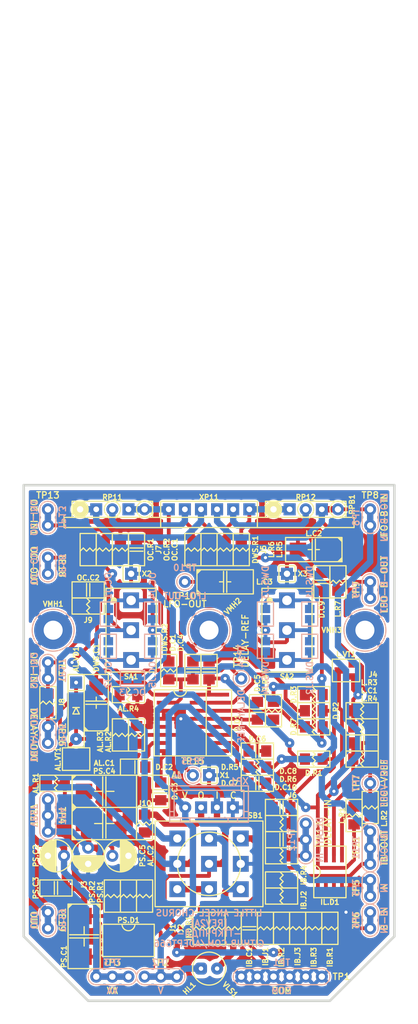
<source format=kicad_pcb>
(kicad_pcb (version 20171130) (host pcbnew 5.1.6-c6e7f7d~87~ubuntu19.10.1)
  (title_block (title "Big Devil Vibrato") (date 2023-03-21) (rev 2A) (company "Igor Ivanov") (comment 1 https://github.com/Adept666) (comment 2 "This project is licensed under GNU General Public License v3.0 or later"))
  (layers (0 F.Cu signal) (31 B.Cu signal) (36 B.SilkS user) (37 F.SilkS user) (38 B.Mask user) (39 F.Mask user) (44 Edge.Cuts user))
  (net 0 "")
  (net 1 COM)
  (net 2 "Net-(HL1-PadC)")
  (net 3 /LED)
  (net 4 V)
  (net 5 "Net-(SB1-PadNC1)")
  (net 6 /WS)
  (net 7 VA)
  (net 8 "Net-(AL.R2-Pad2)")
  (net 9 /AL)
  (net 10 /DELAY-REF)
  (net 11 "Net-(D.C2-Pad2)")
  (net 12 "Net-(D.C3-Pad2)")
  (net 13 "Net-(D.C4-Pad2)")
  (net 14 "Net-(D.C4-Pad1)")
  (net 15 "Net-(D.C5-Pad2)")
  (net 16 "Net-(D.C5-Pad1)")
  (net 17 "Net-(D.C6-Pad2)")
  (net 18 "Net-(D.C6-Pad1)")
  (net 19 "Net-(D.C7-Pad2)")
  (net 20 "Net-(D.C7-Pad1)")
  (net 21 "Net-(D.C8-Pad2)")
  (net 22 "Net-(D.C9-Pad1)")
  (net 23 /DELAY-IN)
  (net 24 "Net-(D.C10-Pad1)")
  (net 25 "Net-(D.D1-Pad5)")
  (net 26 /DELAY-OUT)
  (net 27 "Net-(DWS.C1-Pad-)")
  (net 28 "Net-(DWS.J1-Pad2)")
  (net 29 "Net-(DWS.J2-Pad2)")
  (net 30 "Net-(DWS.J3-Pad2)")
  (net 31 /DEPTH-IN)
  (net 32 "Net-(IB.C1-Pad2)")
  (net 33 /IB-IN)
  (net 34 "Net-(IB.J1-Pad2)")
  (net 35 "Net-(IB.J2-Pad2)")
  (net 36 VREF)
  (net 37 "Net-(IB.R2-Pad2)")
  (net 38 /IB-OUT)
  (net 39 /LFO-VREF)
  (net 40 /CIR-IN)
  (net 41 /IN)
  (net 42 /LFO-B-OUT)
  (net 43 /LFO-B-IN)
  (net 44 /LFO-OUT)
  (net 45 /OC-IN1)
  (net 46 /OC-IN2)
  (net 47 /CIR-OUT)
  (net 48 /OC-OUT)
  (net 49 /OUT)
  (net 50 "Net-(L.R5-Pad2)")
  (net 51 "Net-(OC.C1-Pad1)")
  (net 52 "Net-(OC.J1-Pad2)")
  (net 53 "Net-(OC.J1-Pad1)")
  (net 54 "Net-(OC.J2-Pad2)")
  (net 55 "Net-(IL.D1-Pad7)")
  (net 56 "Net-(IL.D1-Pad6)")
  (net 57 "Net-(DWS.R1-Pad2)")
  (net 58 "Net-(L.R6-Pad2)")
  (module SBKCL-TH-ML:RPB-1590N1-18-2x17-OR-2x1x17-1.6-PNL-7.4-2.8 (layer F.Cu) (at 105.41 117.04)
    (fp_text reference RPB1 (at 22.5425 12.1825 90) (layer F.SilkS) (effects (font (size 0.8 0.8) (thickness 0.2)) (justify left)))
    (fp_text value B50K-B50K)
    (fp_text user XP11 (at 0 9.325) (layer F.SilkS) (effects (font (size 0.8 0.8) (thickness 0.2))))
    (fp_text user RP11 (at -15.24 9.325) (layer F.SilkS) (effects (font (size 0.8 0.8) (thickness 0.2))))
    (fp_text user RP12 (at 15.24 9.325) (layer F.SilkS) (effects (font (size 0.8 0.8) (thickness 0.2))))
    (pad NC4 thru_hole rect (at 17.78 11.23) (size 1.9 1.9) (drill 0.9) (layers *.Cu *.Mask) (net 43 /LFO-B-IN))
    (pad NC3 thru_hole rect (at 12.7 11.23) (size 1.9 1.9) (drill 0.9) (layers *.Cu *.Mask) (net 50 "Net-(L.R5-Pad2)"))
    (pad NC2 thru_hole rect (at -12.7 11.23) (size 1.9 1.9) (drill 0.9) (layers *.Cu *.Mask) (net 30 "Net-(DWS.J3-Pad2)"))
    (pad NC1 thru_hole rect (at -17.78 11.23) (size 1.9 1.9) (drill 0.9) (layers *.Cu *.Mask) (net 31 /DEPTH-IN))
    (pad 23 thru_hole rect (at 1.27 11.23) (size 1.9 1.9) (drill 0.9) (layers *.Cu *.Mask) (net 43 /LFO-B-IN))
    (pad 13 thru_hole rect (at -6.35 11.23) (size 1.9 1.9) (drill 0.9) (layers *.Cu *.Mask) (net 30 "Net-(DWS.J3-Pad2)"))
    (pad 11 thru_hole rect (at -1.27 11.23) (size 1.9 1.9) (drill 0.9) (layers *.Cu *.Mask) (net 31 /DEPTH-IN))
    (pad 12 thru_hole rect (at -3.81 11.23) (size 1.9 1.9) (drill 0.9) (layers *.Cu *.Mask) (net 57 "Net-(DWS.R1-Pad2)"))
    (pad 22 thru_hole rect (at 3.81 11.23) (size 1.9 1.9) (drill 0.9) (layers *.Cu *.Mask) (net 58 "Net-(L.R6-Pad2)"))
    (pad 21 thru_hole rect (at 6.35 11.23) (size 1.9 1.9) (drill 0.9) (layers *.Cu *.Mask) (net 50 "Net-(L.R5-Pad2)"))
    (pad 13 thru_hole circle (at -10.16 11.23) (size 1.9 1.9) (drill 1) (layers *.Cu *.Mask) (net 30 "Net-(DWS.J3-Pad2)"))
    (pad 12 thru_hole circle (at -15.24 11.23) (size 1.9 1.9) (drill 1) (layers *.Cu *.Mask) (net 57 "Net-(DWS.R1-Pad2)"))
    (pad 11 thru_hole circle (at -20.32 11.23) (size 1.9 1.9) (drill 1) (layers *.Cu *.Mask) (net 31 /DEPTH-IN))
    (pad 23 thru_hole circle (at 20.32 11.23) (size 1.9 1.9) (drill 1) (layers *.Cu *.Mask) (net 43 /LFO-B-IN))
    (pad 22 thru_hole circle (at 15.24 11.23) (size 1.9 1.9) (drill 1) (layers *.Cu *.Mask) (net 58 "Net-(L.R6-Pad2)"))
    (pad 21 thru_hole circle (at 10.16 11.23) (size 1.9 1.9) (drill 1) (layers *.Cu *.Mask) (net 50 "Net-(L.R5-Pad2)"))
  )
  (module KCL-TH-ML:SW-MTS-102-A2-2.5-PNL-6.0 (layer F.Cu) (at 117.695 147.32)
    (fp_text reference SA2 (at 0 7.3025) (layer F.SilkS) (effects (font (size 0.8 0.8) (thickness 0.2))))
    (fp_text value X)
    (pad NO thru_hole rect (at 0 4.7) (size 2.5 2.5) (drill 1.5) (layers *.Cu *.Mask) (net 29 "Net-(DWS.J2-Pad2)"))
    (pad COM thru_hole rect (at 0 0) (size 2.5 2.5) (drill 1.5) (layers *.Cu *.Mask) (net 27 "Net-(DWS.C1-Pad-)"))
    (pad NC thru_hole rect (at 0 -4.7) (size 2.5 2.5) (drill 1.5) (layers *.Cu *.Mask) (net 28 "Net-(DWS.J1-Pad2)"))
  )
  (module KCL-TH-ML:SW-MTS-102-A2-2.5-PNL-6.0 (layer F.Cu) (at 93.125 147.32)
    (fp_text reference SA1 (at 0 7.3025) (layer F.SilkS) (effects (font (size 0.8 0.8) (thickness 0.2))))
    (fp_text value X)
    (pad NO thru_hole rect (at 0 4.7) (size 2.5 2.5) (drill 1.5) (layers *.Cu *.Mask) (net 54 "Net-(OC.J2-Pad2)"))
    (pad COM thru_hole rect (at 0 0) (size 2.5 2.5) (drill 1.5) (layers *.Cu *.Mask) (net 53 "Net-(OC.J1-Pad1)"))
    (pad NC thru_hole rect (at 0 -4.7) (size 2.5 2.5) (drill 1.5) (layers *.Cu *.Mask) (net 52 "Net-(OC.J1-Pad2)"))
  )
  (module KCL-SM:J-SB-0805-2 (layer B.Cu) (at 96.52 149.86 90)
    (fp_text reference OC.J5 (at -2.2225 0 90) (layer B.SilkS) (effects (font (thickness 0.2)) (justify left mirror)))
    (fp_text value OC.J5)
    (pad 1 smd rect (at -0.8 0 90) (size 1.3 1.5) (layers B.Cu B.Mask) (net 54 "Net-(OC.J2-Pad2)"))
    (pad 2 smd rect (at 0.8 0 90) (size 1.3 1.5) (layers B.Cu B.Mask) (net 51 "Net-(OC.C1-Pad1)"))
  )
  (module KCL-SM:J-SB-0805-2 (layer B.Cu) (at 96.52 144.78 270)
    (fp_text reference OC.J4 (at -2.2225 0 270) (layer B.SilkS) (effects (font (thickness 0.2)) (justify right mirror)))
    (fp_text value OC.J4)
    (pad 2 smd rect (at 0.8 0 270) (size 1.3 1.5) (layers B.Cu B.Mask) (net 51 "Net-(OC.C1-Pad1)"))
    (pad 1 smd rect (at -0.8 0 270) (size 1.3 1.5) (layers B.Cu B.Mask) (net 52 "Net-(OC.J1-Pad2)"))
  )
  (module KCL-SM:J-SB-0805-2 (layer B.Cu) (at 93.345 154.94)
    (fp_text reference OC.J3 (at 0 2.2225 180) (layer B.SilkS) (effects (font (thickness 0.2)) (justify mirror)))
    (fp_text value OC.J3)
    (pad 1 smd rect (at -0.8 0) (size 1.3 1.5) (layers B.Cu B.Mask) (net 53 "Net-(OC.J1-Pad1)"))
    (pad 2 smd rect (at 0.8 0) (size 1.3 1.5) (layers B.Cu B.Mask) (net 51 "Net-(OC.C1-Pad1)"))
  )
  (module KCL-SM:J-SB-0805-2 (layer B.Cu) (at 89.535 149.86 270)
    (fp_text reference OC.J2 (at 2.2225 0 270) (layer B.SilkS) (effects (font (thickness 0.2)) (justify left mirror)))
    (fp_text value OC.J2)
    (pad 1 smd rect (at -0.8 0 270) (size 1.3 1.5) (layers B.Cu B.Mask) (net 53 "Net-(OC.J1-Pad1)"))
    (pad 2 smd rect (at 0.8 0 270) (size 1.3 1.5) (layers B.Cu B.Mask) (net 54 "Net-(OC.J2-Pad2)"))
  )
  (module KCL-SM:J-SB-0805-2 (layer B.Cu) (at 89.535 144.78 90)
    (fp_text reference OC.J1 (at 2.2225 0 90) (layer B.SilkS) (effects (font (thickness 0.2)) (justify right mirror)))
    (fp_text value OC.J1)
    (pad 1 smd rect (at -0.8 0 90) (size 1.3 1.5) (layers B.Cu B.Mask) (net 53 "Net-(OC.J1-Pad1)"))
    (pad 2 smd rect (at 0.8 0 90) (size 1.3 1.5) (layers B.Cu B.Mask) (net 52 "Net-(OC.J1-Pad2)"))
  )
  (module KCL-SM:J-SB-0805-2 (layer B.Cu) (at 114.3 149.86 90)
    (fp_text reference DWS.J4 (at -2.2225 0 90) (layer B.SilkS) (effects (font (thickness 0.2)) (justify left mirror)))
    (fp_text value DWS.J4)
    (pad 2 smd rect (at 0.8 0 90) (size 1.3 1.5) (layers B.Cu B.Mask) (net 30 "Net-(DWS.J3-Pad2)"))
    (pad 1 smd rect (at -0.8 0 90) (size 1.3 1.5) (layers B.Cu B.Mask) (net 29 "Net-(DWS.J2-Pad2)"))
  )
  (module KCL-SM:J-SB-0805-2 (layer B.Cu) (at 114.3 144.78 270)
    (fp_text reference DWS.J3 (at -2.2225 0 270) (layer B.SilkS) (effects (font (thickness 0.2)) (justify right mirror)))
    (fp_text value DWS.J3)
    (pad 2 smd rect (at 0.8 0 270) (size 1.3 1.5) (layers B.Cu B.Mask) (net 30 "Net-(DWS.J3-Pad2)"))
    (pad 1 smd rect (at -0.8 0 270) (size 1.3 1.5) (layers B.Cu B.Mask) (net 28 "Net-(DWS.J1-Pad2)"))
  )
  (module KCL-SM:J-SB-0805-2 (layer B.Cu) (at 121.285 149.86 270)
    (fp_text reference DWS.J2 (at 2.2225 0 270) (layer B.SilkS) (effects (font (thickness 0.2)) (justify left mirror)))
    (fp_text value DWS.J2)
    (pad 2 smd rect (at 0.8 0 270) (size 1.3 1.5) (layers B.Cu B.Mask) (net 29 "Net-(DWS.J2-Pad2)"))
    (pad 1 smd rect (at -0.8 0 270) (size 1.3 1.5) (layers B.Cu B.Mask) (net 27 "Net-(DWS.C1-Pad-)"))
  )
  (module KCL-SM:J-SB-0805-2 (layer B.Cu) (at 121.285 144.78 90)
    (fp_text reference DWS.J1 (at 2.2225 0 90) (layer B.SilkS) (effects (font (thickness 0.2)) (justify right mirror)))
    (fp_text value DWS.J1)
    (pad 1 smd rect (at -0.8 0 90) (size 1.3 1.5) (layers B.Cu B.Mask) (net 27 "Net-(DWS.C1-Pad-)"))
    (pad 2 smd rect (at 0.8 0 90) (size 1.3 1.5) (layers B.Cu B.Mask) (net 28 "Net-(DWS.J1-Pad2)"))
  )
  (module KCL-VIRTUAL:VFM-1.0-3.0 (layer F.Cu) (at 128.27 196.85)
    (fp_text reference VFM3 hide)
    (fp_text value 1.0 hide)
    (pad "" smd circle (at 0 0) (size 1 1) (layers F.Cu F.Mask) (clearance 1.1))
  )
  (module KCL-VIRTUAL:VFM-1.0-3.0 (layer F.Cu) (at 128.27 133.35)
    (fp_text reference VFM2 hide)
    (fp_text value 1.0 hide)
    (pad "" smd circle (at 0 0) (size 1 1) (layers F.Cu F.Mask) (clearance 1.1))
  )
  (module KCL-VIRTUAL:VFM-1.0-3.0 (layer F.Cu) (at 82.55 133.35)
    (fp_text reference VFM1 hide)
    (fp_text value 1.0 hide)
    (pad "" smd circle (at 0 0) (size 1 1) (layers F.Cu F.Mask) (clearance 1.1))
  )
  (module KCL-TH-ML:TP-2-1.0-1.9 (layer F.Cu) (at 80.01 193.04 270)
    (fp_text reference TP19 (at 0 -2.2225 270 unlocked) (layer F.SilkS) (effects (font (thickness 0.2))))
    (fp_text value OUT (at 0 2.2225 270 unlocked) (layer F.SilkS) (effects (font (thickness 0.2))))
    (fp_text user %R (at 0 -2.2225 270 unlocked) (layer B.SilkS) (effects (font (thickness 0.2)) (justify mirror)))
    (fp_text user %V (at 0 2.2225 270 unlocked) (layer B.SilkS) (effects (font (thickness 0.2)) (justify mirror)))
    (pad 1 thru_hole circle (at -1.27 0 270) (size 1.9 1.9) (drill 1) (layers *.Cu *.Mask) (net 49 /OUT))
    (pad 1 thru_hole circle (at 1.27 0 270) (size 1.9 1.9) (drill 1) (layers *.Cu *.Mask) (net 49 /OUT))
  )
  (module KCL-TH-ML:TP-2-1.0-1.9 (layer F.Cu) (at 80.01 137.16 270)
    (fp_text reference TP18 (at 0 -2.2225 270 unlocked) (layer F.SilkS) (effects (font (thickness 0.2))))
    (fp_text value OC-OUT (at 0 2.2225 270 unlocked) (layer F.SilkS) (effects (font (thickness 0.2))))
    (fp_text user %V (at 0 2.2225 270 unlocked) (layer B.SilkS) (effects (font (thickness 0.2)) (justify mirror)))
    (fp_text user %R (at 0 -2.2225 270 unlocked) (layer B.SilkS) (effects (font (thickness 0.2)) (justify mirror)))
    (pad 1 thru_hole circle (at 1.27 0 270) (size 1.9 1.9) (drill 1) (layers *.Cu *.Mask) (net 48 /OC-OUT))
    (pad 1 thru_hole circle (at -1.27 0 270) (size 1.9 1.9) (drill 1) (layers *.Cu *.Mask) (net 48 /OC-OUT))
  )
  (module KCL-TH-ML:TP-2-1.0-1.9 (layer F.Cu) (at 80.01 153.67 270)
    (fp_text reference TP17 (at 0 -2.2225 270 unlocked) (layer F.SilkS) (effects (font (thickness 0.2))))
    (fp_text value OC-IN2 (at 0 2.2225 270 unlocked) (layer F.SilkS) (effects (font (thickness 0.2))))
    (fp_text user %V (at 0 2.2225 270 unlocked) (layer B.SilkS) (effects (font (thickness 0.2)) (justify mirror)))
    (fp_text user %R (at 0 -2.2225 270 unlocked) (layer B.SilkS) (effects (font (thickness 0.2)) (justify mirror)))
    (pad 1 thru_hole circle (at 1.27 0 270) (size 1.9 1.9) (drill 1) (layers *.Cu *.Mask) (net 46 /OC-IN2))
    (pad 1 thru_hole circle (at -1.27 0 270) (size 1.9 1.9) (drill 1) (layers *.Cu *.Mask) (net 46 /OC-IN2))
  )
  (module KCL-TH-ML:TP-2-1.0-1.9 (layer F.Cu) (at 80.01 163.83 270)
    (fp_text reference TP16 (at 0 -2.2225 270 unlocked) (layer F.SilkS) (effects (font (thickness 0.2))))
    (fp_text value DELAY-OUT (at 0 2.2225 270 unlocked) (layer F.SilkS) (effects (font (thickness 0.2))))
    (fp_text user %V (at 0 2.2225 270 unlocked) (layer B.SilkS) (effects (font (thickness 0.2)) (justify mirror)))
    (fp_text user %R (at 0 -2.2225 270 unlocked) (layer B.SilkS) (effects (font (thickness 0.2)) (justify mirror)))
    (pad 1 thru_hole circle (at 1.27 0 270) (size 1.9 1.9) (drill 1) (layers *.Cu *.Mask) (net 26 /DELAY-OUT))
    (pad 1 thru_hole circle (at -1.27 0 270) (size 1.9 1.9) (drill 1) (layers *.Cu *.Mask) (net 26 /DELAY-OUT))
  )
  (module KCL-TH-ML:TP-1-1.0-1.9 (layer F.Cu) (at 102.87 170.18)
    (fp_text reference TP15 (at 0 -2.2225 unlocked) (layer F.SilkS) (effects (font (thickness 0.2))))
    (fp_text value AL (at -1.5875 0 unlocked) (layer F.SilkS) (effects (font (thickness 0.2)) (justify right)))
    (fp_text user %V (at -1.5875 0 unlocked) (layer B.SilkS) (effects (font (thickness 0.2)) (justify left mirror)))
    (fp_text user %R (at 0 -2.2225 unlocked) (layer B.SilkS) (effects (font (thickness 0.2)) (justify mirror)))
    (pad 1 thru_hole circle (at 0 0) (size 1.9 1.9) (drill 1) (layers *.Cu *.Mask) (net 9 /AL))
  )
  (module KCL-TH-ML:TP-1-1.0-1.9 (layer F.Cu) (at 110.49 154.94 90)
    (fp_text reference TP14 (at 1.5875 -0.635 90 unlocked) (layer F.SilkS) (effects (font (thickness 0.2)) (justify left)))
    (fp_text value DELAY-REF (at 1.5875 0.635 90 unlocked) (layer F.SilkS) (effects (font (thickness 0.2)) (justify left)))
    (fp_text user %V (at -1.5875 0 90 unlocked) (layer B.SilkS) (effects (font (thickness 0.2)) (justify left mirror)))
    (fp_text user %R (at 1.5875 0 90 unlocked) (layer B.SilkS) (effects (font (thickness 0.2)) (justify right mirror)))
    (pad 1 thru_hole circle (at 0 0 90) (size 1.9 1.9) (drill 1) (layers *.Cu *.Mask) (net 10 /DELAY-REF))
  )
  (module KCL-TH-ML:TP-2-1.0-1.9 (layer F.Cu) (at 80.01 129.54 270)
    (fp_text reference TP13 (at -3.4925 0 unlocked) (layer F.SilkS) (effects (font (thickness 0.2))))
    (fp_text value OC-IN1 (at 0 2.2225 270 unlocked) (layer F.SilkS) (effects (font (thickness 0.2))))
    (fp_text user %R (at 0 -2.2225 270 unlocked) (layer B.SilkS) (effects (font (thickness 0.2)) (justify mirror)))
    (fp_text user %V (at 0 2.2225 270 unlocked) (layer B.SilkS) (effects (font (thickness 0.2)) (justify mirror)))
    (pad 1 thru_hole circle (at -1.27 0 270) (size 1.9 1.9) (drill 1) (layers *.Cu *.Mask) (net 45 /OC-IN1))
    (pad 1 thru_hole circle (at 1.27 0 270) (size 1.9 1.9) (drill 1) (layers *.Cu *.Mask) (net 45 /OC-IN1))
  )
  (module KCL-TH-ML:TP-3-1.0-1.9 (layer F.Cu) (at 120.65 180.34 90)
    (fp_text reference TP12 (at -0.9525 2.2225 90 unlocked) (layer F.SilkS) (effects (font (thickness 0.2)) (justify left)))
    (fp_text value DELAY-IN (at -0.9525 3.4925 90 unlocked) (layer F.SilkS) (effects (font (thickness 0.2)) (justify left)))
    (fp_text user %V (at 0 2.2225 90 unlocked) (layer B.SilkS) (effects (font (thickness 0.2)) (justify mirror)))
    (fp_text user %R (at 0 -2.2225 90 unlocked) (layer B.SilkS) (effects (font (thickness 0.2)) (justify mirror)))
    (pad 1 thru_hole circle (at 2.54 0 90) (size 1.9 1.9) (drill 1) (layers *.Cu *.Mask) (net 23 /DELAY-IN))
    (pad 1 thru_hole circle (at 0 0 90) (size 1.9 1.9) (drill 1) (layers *.Cu *.Mask) (net 23 /DELAY-IN))
    (pad 1 thru_hole circle (at -2.54 0 90) (size 1.9 1.9) (drill 1) (layers *.Cu *.Mask) (net 23 /DELAY-IN))
  )
  (module KCL-TH-ML:TP-3-1.0-1.9 (layer F.Cu) (at 130.81 181.61 90)
    (fp_text reference TP11 (at 0 -2.2225 90 unlocked) (layer F.SilkS) (effects (font (thickness 0.2))))
    (fp_text value IB-OUT (at 0 2.2225 90 unlocked) (layer F.SilkS) (effects (font (thickness 0.2))))
    (fp_text user %R (at 0 -2.2225 90 unlocked) (layer B.SilkS) (effects (font (thickness 0.2)) (justify mirror)))
    (fp_text user %V (at 0 2.2225 90 unlocked) (layer B.SilkS) (effects (font (thickness 0.2)) (justify mirror)))
    (pad 1 thru_hole circle (at -2.54 0 90) (size 1.9 1.9) (drill 1) (layers *.Cu *.Mask) (net 38 /IB-OUT))
    (pad 1 thru_hole circle (at 0 0 90) (size 1.9 1.9) (drill 1) (layers *.Cu *.Mask) (net 38 /IB-OUT))
    (pad 1 thru_hole circle (at 2.54 0 90) (size 1.9 1.9) (drill 1) (layers *.Cu *.Mask) (net 38 /IB-OUT))
  )
  (module KCL-TH-ML:TP-1-1.0-1.9 (layer F.Cu) (at 101.6 139.7)
    (fp_text reference TP10 (at 0 2.2225 unlocked) (layer F.SilkS) (effects (font (thickness 0.2))))
    (fp_text value LFO-OUT (at 0 3.4925 unlocked) (layer F.SilkS) (effects (font (thickness 0.2))))
    (fp_text user %R (at 0 -2.2225 unlocked) (layer B.SilkS) (effects (font (thickness 0.2)) (justify mirror)))
    (fp_text user %V (at 0 2.2225 unlocked) (layer B.SilkS) (effects (font (thickness 0.2)) (justify mirror)))
    (pad 1 thru_hole circle (at 0 0) (size 1.9 1.9) (drill 1) (layers *.Cu *.Mask) (net 44 /LFO-OUT))
  )
  (module KCL-TH-ML:TP-2-1.0-1.9 (layer F.Cu) (at 130.81 140.97 90)
    (fp_text reference TP9 (at 0 -2.2225 90 unlocked) (layer F.SilkS) (effects (font (thickness 0.2))))
    (fp_text value LFO-B-OUT (at -3.81 2.2225 90 unlocked) (layer F.SilkS) (effects (font (thickness 0.2)) (justify left)))
    (fp_text user %R (at 0 -2.2225 90 unlocked) (layer B.SilkS) (effects (font (thickness 0.2)) (justify mirror)))
    (fp_text user %V (at -3.81 2.2225 90 unlocked) (layer B.SilkS) (effects (font (thickness 0.2)) (justify right mirror)))
    (pad 1 thru_hole circle (at -1.27 0 90) (size 1.9 1.9) (drill 1) (layers *.Cu *.Mask) (net 42 /LFO-B-OUT))
    (pad 1 thru_hole circle (at 1.27 0 90) (size 1.9 1.9) (drill 1) (layers *.Cu *.Mask) (net 42 /LFO-B-OUT))
  )
  (module KCL-TH-ML:TP-2-1.0-1.9 (layer F.Cu) (at 130.81 129.54 90)
    (fp_text reference TP8 (at 3.4925 0 unlocked) (layer F.SilkS) (effects (font (thickness 0.2))))
    (fp_text value LFO-B-IN (at 0 2.2225 90 unlocked) (layer F.SilkS) (effects (font (thickness 0.2))))
    (fp_text user %V (at 0 2.2225 90 unlocked) (layer B.SilkS) (effects (font (thickness 0.2)) (justify mirror)))
    (fp_text user %R (at 0 -2.2225 90 unlocked) (layer B.SilkS) (effects (font (thickness 0.2)) (justify mirror)))
    (pad 1 thru_hole circle (at 1.27 0 90) (size 1.9 1.9) (drill 1) (layers *.Cu *.Mask) (net 43 /LFO-B-IN))
    (pad 1 thru_hole circle (at -1.27 0 90) (size 1.9 1.9) (drill 1) (layers *.Cu *.Mask) (net 43 /LFO-B-IN))
  )
  (module KCL-TH-ML:TP-1-1.0-1.9 (layer F.Cu) (at 130.81 171.45 90)
    (fp_text reference TP7 (at 0 -2.2225 90 unlocked) (layer F.SilkS) (effects (font (thickness 0.2))))
    (fp_text value LFO-VREF (at 0 2.2225 90 unlocked) (layer F.SilkS) (effects (font (thickness 0.2))))
    (fp_text user %R (at 0 -2.2225 90 unlocked) (layer B.SilkS) (effects (font (thickness 0.2)) (justify mirror)))
    (fp_text user %V (at 0 2.2225 90 unlocked) (layer B.SilkS) (effects (font (thickness 0.2)) (justify mirror)))
    (pad 1 thru_hole circle (at 0 0 90) (size 1.9 1.9) (drill 1) (layers *.Cu *.Mask) (net 39 /LFO-VREF))
  )
  (module KCL-TH-ML:TP-2-1.0-1.9 (layer F.Cu) (at 130.81 193.04 90)
    (fp_text reference TP6 (at 0 -2.2225 90 unlocked) (layer F.SilkS) (effects (font (thickness 0.2))))
    (fp_text value IB-IN (at 0 2.2225 90 unlocked) (layer F.SilkS) (effects (font (thickness 0.2))))
    (fp_text user %R (at 0 -2.2225 90 unlocked) (layer B.SilkS) (effects (font (thickness 0.2)) (justify mirror)))
    (fp_text user %V (at 0 2.2225 90 unlocked) (layer B.SilkS) (effects (font (thickness 0.2)) (justify mirror)))
    (pad 1 thru_hole circle (at -1.27 0 90) (size 1.9 1.9) (drill 1) (layers *.Cu *.Mask) (net 33 /IB-IN))
    (pad 1 thru_hole circle (at 1.27 0 90) (size 1.9 1.9) (drill 1) (layers *.Cu *.Mask) (net 33 /IB-IN))
  )
  (module KCL-TH-ML:TP-2-1.0-1.9 (layer F.Cu) (at 130.81 187.96 90)
    (fp_text reference TP5 (at 0 -2.2225 90 unlocked) (layer F.SilkS) (effects (font (thickness 0.2))))
    (fp_text value IN (at 0 2.2225 90 unlocked) (layer F.SilkS) (effects (font (thickness 0.2))))
    (fp_text user %R (at 0 -2.2225 90 unlocked) (layer B.SilkS) (effects (font (thickness 0.2)) (justify mirror)))
    (fp_text user %V (at 0 2.2225 90 unlocked) (layer B.SilkS) (effects (font (thickness 0.2)) (justify mirror)))
    (pad 1 thru_hole circle (at -1.27 0 90) (size 1.9 1.9) (drill 1) (layers *.Cu *.Mask) (net 41 /IN))
    (pad 1 thru_hole circle (at 1.27 0 90) (size 1.9 1.9) (drill 1) (layers *.Cu *.Mask) (net 41 /IN))
  )
  (module KCL-TH-ML:TP-3-1.0-1.9 (layer F.Cu) (at 80.01 176.53 270)
    (fp_text reference TP4 (at 0 -2.2225 270 unlocked) (layer F.SilkS) (effects (font (thickness 0.2))))
    (fp_text value VREF (at 0 2.2225 270 unlocked) (layer F.SilkS) (effects (font (thickness 0.2))))
    (fp_text user %V (at 0 2.2225 270 unlocked) (layer B.SilkS) (effects (font (thickness 0.2)) (justify mirror)))
    (fp_text user %R (at 0 -2.2225 270 unlocked) (layer B.SilkS) (effects (font (thickness 0.2)) (justify mirror)))
    (pad 1 thru_hole circle (at 2.54 0 270) (size 1.9 1.9) (drill 1) (layers *.Cu *.Mask) (net 36 VREF))
    (pad 1 thru_hole circle (at 0 0 270) (size 1.9 1.9) (drill 1) (layers *.Cu *.Mask) (net 36 VREF))
    (pad 1 thru_hole circle (at -2.54 0 270) (size 1.9 1.9) (drill 1) (layers *.Cu *.Mask) (net 36 VREF))
  )
  (module KCL-TH-ML:TP-3-1.0-1.9 (layer F.Cu) (at 90.17 201.93)
    (fp_text reference TP3 (at 0 -2.2225 unlocked) (layer F.SilkS) (effects (font (thickness 0.2))))
    (fp_text value VA (at 0 2.2225 unlocked) (layer F.SilkS) (effects (font (thickness 0.2))))
    (fp_text user %V (at 0 2.2225 unlocked) (layer B.SilkS) (effects (font (thickness 0.2)) (justify mirror)))
    (fp_text user %R (at 0 -2.2225 unlocked) (layer B.SilkS) (effects (font (thickness 0.2)) (justify mirror)))
    (pad 1 thru_hole circle (at 2.54 0) (size 1.9 1.9) (drill 1) (layers *.Cu *.Mask) (net 7 VA))
    (pad 1 thru_hole circle (at 0 0) (size 1.9 1.9) (drill 1) (layers *.Cu *.Mask) (net 7 VA))
    (pad 1 thru_hole circle (at -2.54 0) (size 1.9 1.9) (drill 1) (layers *.Cu *.Mask) (net 7 VA))
  )
  (module KCL-TH-ML:TP-3-1.0-1.9 (layer F.Cu) (at 97.79 201.93)
    (fp_text reference TP2 (at 0 -2.2225 unlocked) (layer F.SilkS) (effects (font (thickness 0.2))))
    (fp_text value V (at 0 2.2225 unlocked) (layer F.SilkS) (effects (font (thickness 0.2))))
    (fp_text user %V (at 0 2.2225 unlocked) (layer B.SilkS) (effects (font (thickness 0.2)) (justify mirror)))
    (fp_text user %R (at 0 -2.2225 unlocked) (layer B.SilkS) (effects (font (thickness 0.2)) (justify mirror)))
    (pad 1 thru_hole circle (at 2.54 0) (size 1.9 1.9) (drill 1) (layers *.Cu *.Mask) (net 4 V))
    (pad 1 thru_hole circle (at 0 0) (size 1.9 1.9) (drill 1) (layers *.Cu *.Mask) (net 4 V))
    (pad 1 thru_hole circle (at -2.54 0) (size 1.9 1.9) (drill 1) (layers *.Cu *.Mask) (net 4 V))
  )
  (module KCL-TH-ML:TP-6-1.0-1.9 (layer F.Cu) (at 116.84 201.93)
    (fp_text reference TP1 (at 7.9375 0 unlocked) (layer F.SilkS) (effects (font (thickness 0.2)) (justify left)))
    (fp_text value COM (at 0 2.2225 unlocked) (layer F.SilkS) (effects (font (thickness 0.2))))
    (fp_text user %R (at 0 -2.2225 unlocked) (layer B.SilkS) (effects (font (thickness 0.2)) (justify mirror)))
    (fp_text user %V (at 0 2.2225 unlocked) (layer B.SilkS) (effects (font (thickness 0.2)) (justify mirror)))
    (pad 1 thru_hole circle (at -6.35 0) (size 1.9 1.9) (drill 1) (layers *.Cu *.Mask) (net 1 COM))
    (pad 1 thru_hole circle (at -3.81 0) (size 1.9 1.9) (drill 1) (layers *.Cu *.Mask) (net 1 COM))
    (pad 1 thru_hole circle (at -1.27 0) (size 1.9 1.9) (drill 1) (layers *.Cu *.Mask) (net 1 COM))
    (pad 1 thru_hole circle (at 1.27 0) (size 1.9 1.9) (drill 1) (layers *.Cu *.Mask) (net 1 COM))
    (pad 1 thru_hole circle (at 3.81 0) (size 1.9 1.9) (drill 1) (layers *.Cu *.Mask) (net 1 COM))
    (pad 1 thru_hole circle (at 6.35 0) (size 1.9 1.9) (drill 1) (layers *.Cu *.Mask) (net 1 COM))
  )
  (module KCL-SM:R-SM-1206 (layer F.Cu) (at 92.71 189.23 90)
    (fp_text reference PS.R2 (at 2.54 -5.715 90) (layer F.SilkS) (effects (font (size 0.8 0.8) (thickness 0.2)) (justify right)))
    (fp_text value 103)
    (pad 1 smd rect (at -1.4 0 90) (size 1.6 1.8) (layers F.Cu F.Mask) (net 1 COM))
    (pad 2 smd rect (at 1.4 0 90) (size 1.6 1.8) (layers F.Cu F.Mask) (net 36 VREF))
  )
  (module KCL-SM:R-SM-1206 (layer F.Cu) (at 95.25 189.23 270)
    (fp_text reference PS.R1 (at -2.54 6.985 270) (layer F.SilkS) (effects (font (size 0.8 0.8) (thickness 0.2)) (justify right)))
    (fp_text value 103)
    (pad 2 smd rect (at 1.4 0 270) (size 1.6 1.8) (layers F.Cu F.Mask) (net 4 V))
    (pad 1 smd rect (at -1.4 0 270) (size 1.6 1.8) (layers F.Cu F.Mask) (net 36 VREF))
  )
  (module KCL-SM:P-SO-08-OUT-GND-GND-NC-NC-GND-GND-IN (layer F.Cu) (at 92.71 196.215)
    (fp_text reference PS.D1 (at 0 -3.175) (layer F.SilkS) (effects (font (size 0.8 0.8) (thickness 0.2))))
    (fp_text value 78L05)
    (pad IN smd rect (at 2.6 -1.905) (size 2.2 0.6) (layers F.Cu F.Mask) (net 4 V))
    (pad GND smd rect (at 2.6 -0.635) (size 2.2 0.6) (layers F.Cu F.Mask) (net 1 COM))
    (pad GND smd rect (at 2.6 0.635) (size 2.2 0.6) (layers F.Cu F.Mask) (net 1 COM))
    (pad NC smd rect (at 2.6 1.905) (size 2.2 0.6) (layers F.Cu F.Mask) (net 1 COM))
    (pad NC smd rect (at -2.6 1.905) (size 2.2 0.6) (layers F.Cu F.Mask) (net 1 COM))
    (pad GND smd rect (at -2.6 0.635) (size 2.2 0.6) (layers F.Cu F.Mask) (net 1 COM))
    (pad GND smd rect (at -2.6 -0.635) (size 2.2 0.6) (layers F.Cu F.Mask) (net 1 COM))
    (pad OUT smd rect (at -2.6 -1.905) (size 2.2 0.6) (layers F.Cu F.Mask) (net 7 VA))
  )
  (module KCL-TH-ML:CP-RADIAL-D05.0-P02.0-CLS (layer F.Cu) (at 86.36 182.88 270)
    (fp_text reference PS.C5 (at 0 -8.5725 270) (layer F.SilkS) (effects (font (size 0.8 0.8) (thickness 0.2))))
    (fp_text value 476)
    (pad - thru_hole roundrect (at 1.27 0 270) (size 1.9 1.9) (drill 1) (layers *.Cu *.Mask) (roundrect_rratio 0.3) (net 1 COM))
    (pad + thru_hole circle (at -1.27 0 270) (size 1.9 1.9) (drill 1) (layers *.Cu *.Mask) (net 36 VREF))
  )
  (module KCL-SM:CP-CTSMD-D (layer F.Cu) (at 88.9 177.8)
    (fp_text reference PS.C4 (at 0 -8.255) (layer F.SilkS) (effects (font (size 0.8 0.8) (thickness 0.2))))
    (fp_text value 476)
    (pad - smd rect (at 3.2 0) (size 2.6 2.4) (layers F.Cu F.Mask) (net 1 COM))
    (pad + smd rect (at -3.2 0) (size 2.6 2.4) (layers F.Cu F.Mask) (net 36 VREF))
  )
  (module KCL-SM:C-SM-1206 (layer F.Cu) (at 81.28 187.96 180)
    (fp_text reference PS.C3 (at 3.175 0 270) (layer F.SilkS) (effects (font (size 0.8 0.8) (thickness 0.2))))
    (fp_text value 104)
    (pad 2 smd rect (at 1.4 0 180) (size 1.6 1.8) (layers F.Cu F.Mask) (net 1 COM))
    (pad 1 smd rect (at -1.4 0 180) (size 1.6 1.8) (layers F.Cu F.Mask) (net 7 VA))
  )
  (module KCL-TH-ML:CP-RADIAL-D05.0-P02.0-CLS (layer F.Cu) (at 81.28 182.88 180)
    (fp_text reference PS.C2 (at 3.175 0 270) (layer F.SilkS) (effects (font (size 0.8 0.8) (thickness 0.2))))
    (fp_text value 476)
    (pad - thru_hole roundrect (at 1.27 0 180) (size 1.9 1.9) (drill 1) (layers *.Cu *.Mask) (roundrect_rratio 0.3) (net 1 COM))
    (pad + thru_hole circle (at -1.27 0 180) (size 1.9 1.9) (drill 1) (layers *.Cu *.Mask) (net 7 VA))
  )
  (module KCL-SM:CP-CTSMD-D (layer F.Cu) (at 85.725 195.58 270)
    (fp_text reference PS.C1 (at 5.08 3.175 270) (layer F.SilkS) (effects (font (size 0.8 0.8) (thickness 0.2)) (justify left)))
    (fp_text value 476)
    (pad + smd rect (at -3.2 0 270) (size 2.6 2.4) (layers F.Cu F.Mask) (net 7 VA))
    (pad - smd rect (at 3.2 0 270) (size 2.6 2.4) (layers F.Cu F.Mask) (net 1 COM))
  )
  (module KCL-SM:R-SM-1206 (layer F.Cu) (at 91.44 134.62 270)
    (fp_text reference OC.R2 (at 0 -7.3025 270) (layer F.SilkS) (effects (font (size 0.8 0.8) (thickness 0.2))))
    (fp_text value 104)
    (pad 2 smd rect (at 1.4 0 270) (size 1.6 1.8) (layers F.Cu F.Mask) (net 48 /OC-OUT))
    (pad 1 smd rect (at -1.4 0 270) (size 1.6 1.8) (layers F.Cu F.Mask) (net 1 COM))
  )
  (module KCL-SM:R-SM-1206 (layer F.Cu) (at 86.36 134.62 270)
    (fp_text reference OC.R1 (at 0 -9.8425 270) (layer F.SilkS) (effects (font (size 0.8 0.8) (thickness 0.2))))
    (fp_text value X)
    (pad 2 smd rect (at 1.4 0 270) (size 1.6 1.8) (layers F.Cu F.Mask) (net 53 "Net-(OC.J1-Pad1)"))
    (pad 1 smd rect (at -1.4 0 270) (size 1.6 1.8) (layers F.Cu F.Mask) (net 45 /OC-IN1))
  )
  (module KCL-SM:C-SM-1206 (layer F.Cu) (at 86.36 140.97 180)
    (fp_text reference OC.C2 (at 0 1.905) (layer F.SilkS) (effects (font (size 0.8 0.8) (thickness 0.2))))
    (fp_text value 104)
    (pad 2 smd rect (at 1.4 0 180) (size 1.6 1.8) (layers F.Cu F.Mask) (net 48 /OC-OUT))
    (pad 1 smd rect (at -1.4 0 180) (size 1.6 1.8) (layers F.Cu F.Mask) (net 46 /OC-IN2))
  )
  (module KCL-SM:C-SM-1206 (layer F.Cu) (at 93.98 134.62 270)
    (fp_text reference OC.C1 (at 0 -6.0325 270) (layer F.SilkS) (effects (font (size 0.8 0.8) (thickness 0.2))))
    (fp_text value X)
    (pad 2 smd rect (at 1.4 0 270) (size 1.6 1.8) (layers F.Cu F.Mask) (net 48 /OC-OUT))
    (pad 1 smd rect (at -1.4 0 270) (size 1.6 1.8) (layers F.Cu F.Mask) (net 51 "Net-(OC.C1-Pad1)"))
  )
  (module KCL-SM:P-SOT-23-B-E-C (layer F.Cu) (at 127 153.67 90)
    (fp_text reference L.VT1 (at 2.54 0 180) (layer F.SilkS) (effects (font (size 0.8 0.8) (thickness 0.2))))
    (fp_text value 3904)
    (pad B smd rect (at -0.95 1.1 90) (size 1 1.4) (layers F.Cu F.Mask) (net 43 /LFO-B-IN))
    (pad E smd rect (at 0.95 1.1 90) (size 1 1.4) (layers F.Cu F.Mask) (net 42 /LFO-B-OUT))
    (pad C smd rect (at 0 -1.1 90) (size 1 1.4) (layers F.Cu F.Mask) (net 4 V))
  )
  (module KCL-SM:R-SM-1206 (layer F.Cu) (at 125.73 139.7 270)
    (fp_text reference L.R7 (at 2.8575 0 270) (layer F.SilkS) (effects (font (size 0.8 0.8) (thickness 0.2)) (justify right)))
    (fp_text value 103)
    (pad 1 smd rect (at -1.4 0 270) (size 1.6 1.8) (layers F.Cu F.Mask) (net 1 COM))
    (pad 2 smd rect (at 1.4 0 270) (size 1.6 1.8) (layers F.Cu F.Mask) (net 42 /LFO-B-OUT))
  )
  (module KCL-SM:R-SM-1206 (layer F.Cu) (at 107.95 134.62 90)
    (fp_text reference L.R6 (at 0 7.3025 90) (layer F.SilkS) (effects (font (size 0.8 0.8) (thickness 0.2))))
    (fp_text value 0)
    (pad 2 smd rect (at 1.4 0 90) (size 1.6 1.8) (layers F.Cu F.Mask) (net 58 "Net-(L.R6-Pad2)"))
    (pad 1 smd rect (at -1.4 0 90) (size 1.6 1.8) (layers F.Cu F.Mask) (net 50 "Net-(L.R5-Pad2)"))
  )
  (module KCL-SM:R-SM-1206 (layer F.Cu) (at 110.49 134.62 90)
    (fp_text reference L.R5 (at 0 6.0325 90) (layer F.SilkS) (effects (font (size 0.8 0.8) (thickness 0.2))))
    (fp_text value 472)
    (pad 2 smd rect (at 1.4 0 90) (size 1.6 1.8) (layers F.Cu F.Mask) (net 50 "Net-(L.R5-Pad2)"))
    (pad 1 smd rect (at -1.4 0 90) (size 1.6 1.8) (layers F.Cu F.Mask) (net 55 "Net-(IL.D1-Pad7)"))
  )
  (module KCL-SM:R-SM-1206 (layer F.Cu) (at 129.54 167.64 180)
    (fp_text reference L.R4 (at -2.54 9.525 180) (layer F.SilkS) (effects (font (size 0.8 0.8) (thickness 0.2)) (justify right)))
    (fp_text value 224)
    (pad 1 smd rect (at -1.4 0 180) (size 1.6 1.8) (layers F.Cu F.Mask) (net 39 /LFO-VREF))
    (pad 2 smd rect (at 1.4 0 180) (size 1.6 1.8) (layers F.Cu F.Mask) (net 55 "Net-(IL.D1-Pad7)"))
  )
  (module KCL-SM:R-SM-1206 (layer F.Cu) (at 129.54 162.56 180)
    (fp_text reference L.R3 (at -2.54 6.985 180) (layer F.SilkS) (effects (font (size 0.8 0.8) (thickness 0.2)) (justify right)))
    (fp_text value 224)
    (pad 2 smd rect (at 1.4 0 180) (size 1.6 1.8) (layers F.Cu F.Mask) (net 43 /LFO-B-IN))
    (pad 1 smd rect (at -1.4 0 180) (size 1.6 1.8) (layers F.Cu F.Mask) (net 56 "Net-(IL.D1-Pad6)"))
  )
  (module KCL-SM:R-SM-1206 (layer F.Cu) (at 130.81 175.26 90)
    (fp_text reference L.R2 (at -3.175 2.2225 90) (layer F.SilkS) (effects (font (size 0.8 0.8) (thickness 0.2)) (justify left)))
    (fp_text value 473)
    (pad 2 smd rect (at 1.4 0 90) (size 1.6 1.8) (layers F.Cu F.Mask) (net 39 /LFO-VREF))
    (pad 1 smd rect (at -1.4 0 90) (size 1.6 1.8) (layers F.Cu F.Mask) (net 1 COM))
  )
  (module KCL-SM:R-SM-1206 (layer F.Cu) (at 128.27 176.53 270)
    (fp_text reference L.R1 (at 0 1.905 90) (layer F.SilkS) (effects (font (size 0.8 0.8) (thickness 0.2))))
    (fp_text value 104)
    (pad 2 smd rect (at 1.4 0 270) (size 1.6 1.8) (layers F.Cu F.Mask) (net 4 V))
    (pad 1 smd rect (at -1.4 0 270) (size 1.6 1.8) (layers F.Cu F.Mask) (net 39 /LFO-VREF))
  )
  (module KCL-SM:CP-CTSMD-C (layer F.Cu) (at 107.95 139.7)
    (fp_text reference L.C3 (at 4.7625 0) (layer F.SilkS) (effects (font (size 0.8 0.8) (thickness 0.2)) (justify left)))
    (fp_text value 106)
    (pad + smd rect (at -2.5 0) (size 2.6 2.2) (layers F.Cu F.Mask) (net 44 /LFO-OUT))
    (pad - smd rect (at 2.5 0) (size 2.6 2.2) (layers F.Cu F.Mask) (net 42 /LFO-B-OUT))
  )
  (module KCL-SM:CP-CTSMD-C (layer F.Cu) (at 121.92 134.62 180)
    (fp_text reference L.C2 (at 0 2.54 180) (layer F.SilkS) (effects (font (size 0.8 0.8) (thickness 0.2))))
    (fp_text value 106)
    (pad + smd rect (at -2.5 0 180) (size 2.6 2.2) (layers F.Cu F.Mask) (net 43 /LFO-B-IN))
    (pad - smd rect (at 2.5 0 180) (size 2.6 2.2) (layers F.Cu F.Mask) (net 1 COM))
  )
  (module KCL-SM:C-SM-1206 (layer F.Cu) (at 129.54 165.1 180)
    (fp_text reference L.C1 (at -2.54 8.255 180) (layer F.SilkS) (effects (font (size 0.8 0.8) (thickness 0.2)) (justify right)))
    (fp_text value 103)
    (pad 2 smd rect (at 1.4 0 180) (size 1.6 1.8) (layers F.Cu F.Mask) (net 55 "Net-(IL.D1-Pad7)"))
    (pad 1 smd rect (at -1.4 0 180) (size 1.6 1.8) (layers F.Cu F.Mask) (net 56 "Net-(IL.D1-Pad6)"))
  )
  (module KCL-SM:R-SM-1206 (layer F.Cu) (at 95.25 177.8 90)
    (fp_text reference J10 (at 3.175 0 180) (layer F.SilkS) (effects (font (size 0.8 0.8) (thickness 0.2))))
    (fp_text value X)
    (pad 2 smd rect (at 1.4 0 90) (size 1.6 1.8) (layers F.Cu F.Mask) (net 49 /OUT))
    (pad 1 smd rect (at -1.4 0 90) (size 1.6 1.8) (layers F.Cu F.Mask) (net 47 /CIR-OUT))
  )
  (module KCL-SM:R-SM-1206 (layer F.Cu) (at 86.36 143.51)
    (fp_text reference J9 (at 0 2.2225) (layer F.SilkS) (effects (font (size 0.8 0.8) (thickness 0.2))))
    (fp_text value 0)
    (pad 1 smd rect (at -1.4 0) (size 1.6 1.8) (layers F.Cu F.Mask) (net 48 /OC-OUT))
    (pad 2 smd rect (at 1.4 0) (size 1.6 1.8) (layers F.Cu F.Mask) (net 47 /CIR-OUT))
  )
  (module KCL-SM:R-SM-1206 (layer F.Cu) (at 80.01 158.75 90)
    (fp_text reference J8 (at 0 2.2225 90) (layer F.SilkS) (effects (font (size 0.8 0.8) (thickness 0.2))))
    (fp_text value 0)
    (pad 1 smd rect (at -1.4 0 90) (size 1.6 1.8) (layers F.Cu F.Mask) (net 26 /DELAY-OUT))
    (pad 2 smd rect (at 1.4 0 90) (size 1.6 1.8) (layers F.Cu F.Mask) (net 46 /OC-IN2))
  )
  (module KCL-SM:R-SM-1206 (layer F.Cu) (at 88.9 134.62 90)
    (fp_text reference J7 (at 0 8.5725 90) (layer F.SilkS) (effects (font (size 0.8 0.8) (thickness 0.2))))
    (fp_text value X)
    (pad 2 smd rect (at 1.4 0 90) (size 1.6 1.8) (layers F.Cu F.Mask) (net 45 /OC-IN1))
    (pad 1 smd rect (at -1.4 0 90) (size 1.6 1.8) (layers F.Cu F.Mask) (net 38 /IB-OUT))
  )
  (module KCL-SM:R-SM-1206 (layer F.Cu) (at 116.84 182.88)
    (fp_text reference J6 (at 2.54 -9.525) (layer F.SilkS) (effects (font (size 0.8 0.8) (thickness 0.2)) (justify right)))
    (fp_text value 0)
    (pad 2 smd rect (at 1.4 0) (size 1.6 1.8) (layers F.Cu F.Mask) (net 23 /DELAY-IN))
    (pad 1 smd rect (at -1.4 0) (size 1.6 1.8) (layers F.Cu F.Mask) (net 38 /IB-OUT))
  )
  (module KCL-SM:R-SM-1206 (layer F.Cu) (at 105.41 134.62 90)
    (fp_text reference J5 (at 0 8.5725 90) (layer F.SilkS) (effects (font (size 0.8 0.8) (thickness 0.2))))
    (fp_text value 0)
    (pad 1 smd rect (at -1.4 0 90) (size 1.6 1.8) (layers F.Cu F.Mask) (net 44 /LFO-OUT))
    (pad 2 smd rect (at 1.4 0 90) (size 1.6 1.8) (layers F.Cu F.Mask) (net 31 /DEPTH-IN))
  )
  (module KCL-SM:R-SM-1206 (layer F.Cu) (at 129.54 160.02)
    (fp_text reference J4 (at 2.54 -5.715) (layer F.SilkS) (effects (font (size 0.8 0.8) (thickness 0.2)) (justify right)))
    (fp_text value X)
    (pad 1 smd rect (at -1.4 0) (size 1.6 1.8) (layers F.Cu F.Mask) (net 43 /LFO-B-IN))
    (pad 2 smd rect (at 1.4 0) (size 1.6 1.8) (layers F.Cu F.Mask) (net 42 /LFO-B-OUT))
  )
  (module KCL-SM:R-SM-1206 (layer F.Cu) (at 90.17 189.23 90)
    (fp_text reference J3 (at 2.54 -4.445 90) (layer F.SilkS) (effects (font (size 0.8 0.8) (thickness 0.2)) (justify right)))
    (fp_text value X)
    (pad 1 smd rect (at -1.4 0 90) (size 1.6 1.8) (layers F.Cu F.Mask) (net 7 VA))
    (pad 2 smd rect (at 1.4 0 90) (size 1.6 1.8) (layers F.Cu F.Mask) (net 36 VREF))
  )
  (module KCL-SM:R-SM-1206 (layer F.Cu) (at 106.68 194.31 270)
    (fp_text reference J2 (at 0 5.715 270) (layer F.SilkS) (effects (font (size 0.8 0.8) (thickness 0.2))))
    (fp_text value 0)
    (pad 1 smd rect (at -1.4 0 270) (size 1.6 1.8) (layers F.Cu F.Mask) (net 40 /CIR-IN))
    (pad 2 smd rect (at 1.4 0 270) (size 1.6 1.8) (layers F.Cu F.Mask) (net 33 /IB-IN))
  )
  (module KCL-SM:R-SM-1206 (layer F.Cu) (at 104.14 194.31 90)
    (fp_text reference J1 (at 0 -4.445 90) (layer F.SilkS) (effects (font (size 0.8 0.8) (thickness 0.2))))
    (fp_text value X)
    (pad 2 smd rect (at 1.4 0 90) (size 1.6 1.8) (layers F.Cu F.Mask) (net 40 /CIR-IN))
    (pad 1 smd rect (at -1.4 0 90) (size 1.6 1.8) (layers F.Cu F.Mask) (net 41 /IN))
  )
  (module KCL-SM:R-SM-1206 (layer F.Cu) (at 109.22 194.31 270)
    (fp_text reference IND.R1 (at 0 6.985 270) (layer F.SilkS) (effects (font (size 0.8 0.8) (thickness 0.2))))
    (fp_text value 103)
    (pad 2 smd rect (at 1.4 0 270) (size 1.6 1.8) (layers F.Cu F.Mask) (net 2 "Net-(HL1-PadC)"))
    (pad 1 smd rect (at -1.4 0 270) (size 1.6 1.8) (layers F.Cu F.Mask) (net 3 /LED))
  )
  (module KCL-SM:P-SO-08 (layer F.Cu) (at 124.46 185.42 90)
    (fp_text reference IL.D1 (at -4.7625 0 180) (layer F.SilkS) (effects (font (size 0.8 0.8) (thickness 0.2))))
    (fp_text value 5532)
    (pad 1 smd rect (at -2.6 -1.905 90) (size 2.2 0.6) (layers F.Cu F.Mask) (net 38 /IB-OUT))
    (pad 2 smd rect (at -2.6 -0.635 90) (size 2.2 0.6) (layers F.Cu F.Mask) (net 37 "Net-(IB.R2-Pad2)"))
    (pad 3 smd rect (at -2.6 0.635 90) (size 2.2 0.6) (layers F.Cu F.Mask) (net 35 "Net-(IB.J2-Pad2)"))
    (pad 4 smd rect (at -2.6 1.905 90) (size 2.2 0.6) (layers F.Cu F.Mask) (net 1 COM))
    (pad 5 smd rect (at 2.6 1.905 90) (size 2.2 0.6) (layers F.Cu F.Mask) (net 39 /LFO-VREF))
    (pad 6 smd rect (at 2.6 0.635 90) (size 2.2 0.6) (layers F.Cu F.Mask) (net 56 "Net-(IL.D1-Pad6)"))
    (pad 7 smd rect (at 2.6 -0.635 90) (size 2.2 0.6) (layers F.Cu F.Mask) (net 55 "Net-(IL.D1-Pad7)"))
    (pad 8 smd rect (at 2.6 -1.905 90) (size 2.2 0.6) (layers F.Cu F.Mask) (net 4 V))
  )
  (module KCL-SM:R-SM-1206 (layer F.Cu) (at 116.84 186.69 180)
    (fp_text reference IB.R4 (at -3.4925 -0.9525 270) (layer F.SilkS) (effects (font (size 0.8 0.8) (thickness 0.2)) (justify left)))
    (fp_text value 223)
    (pad 1 smd rect (at -1.4 0 180) (size 1.6 1.8) (layers F.Cu F.Mask) (net 37 "Net-(IB.R2-Pad2)"))
    (pad 2 smd rect (at 1.4 0 180) (size 1.6 1.8) (layers F.Cu F.Mask) (net 38 /IB-OUT))
  )
  (module KCL-SM:R-SM-1206 (layer F.Cu) (at 121.92 194.31 90)
    (fp_text reference IB.R3 (at -2.8575 0 90) (layer F.SilkS) (effects (font (size 0.8 0.8) (thickness 0.2)) (justify right)))
    (fp_text value 474)
    (pad 1 smd rect (at -1.4 0 90) (size 1.6 1.8) (layers F.Cu F.Mask) (net 36 VREF))
    (pad 2 smd rect (at 1.4 0 90) (size 1.6 1.8) (layers F.Cu F.Mask) (net 35 "Net-(IB.J2-Pad2)"))
  )
  (module KCL-SM:R-SM-1206 (layer F.Cu) (at 116.84 194.31 90)
    (fp_text reference IB.R2 (at -2.8575 0 90) (layer F.SilkS) (effects (font (size 0.8 0.8) (thickness 0.2)) (justify right)))
    (fp_text value 223)
    (pad 2 smd rect (at 1.4 0 90) (size 1.6 1.8) (layers F.Cu F.Mask) (net 37 "Net-(IB.R2-Pad2)"))
    (pad 1 smd rect (at -1.4 0 90) (size 1.6 1.8) (layers F.Cu F.Mask) (net 34 "Net-(IB.J1-Pad2)"))
  )
  (module KCL-SM:R-SM-1206 (layer F.Cu) (at 124.46 194.31 270)
    (fp_text reference IB.R1 (at 2.8575 0 270) (layer F.SilkS) (effects (font (size 0.8 0.8) (thickness 0.2)) (justify right)))
    (fp_text value 105)
    (pad 1 smd rect (at -1.4 0 270) (size 1.6 1.8) (layers F.Cu F.Mask) (net 1 COM))
    (pad 2 smd rect (at 1.4 0 270) (size 1.6 1.8) (layers F.Cu F.Mask) (net 33 /IB-IN))
  )
  (module KCL-SM:R-SM-1206 (layer F.Cu) (at 119.38 194.31 90)
    (fp_text reference IB.J3 (at -2.8575 0 90) (layer F.SilkS) (effects (font (size 0.8 0.8) (thickness 0.2)) (justify right)))
    (fp_text value 0)
    (pad 2 smd rect (at 1.4 0 90) (size 1.6 1.8) (layers F.Cu F.Mask) (net 34 "Net-(IB.J1-Pad2)"))
    (pad 1 smd rect (at -1.4 0 90) (size 1.6 1.8) (layers F.Cu F.Mask) (net 36 VREF))
  )
  (module KCL-SM:R-SM-1206 (layer F.Cu) (at 116.84 189.23)
    (fp_text reference IB.J2 (at 3.4925 -0.9525 90) (layer F.SilkS) (effects (font (size 0.8 0.8) (thickness 0.2)) (justify right)))
    (fp_text value 0)
    (pad 1 smd rect (at -1.4 0) (size 1.6 1.8) (layers F.Cu F.Mask) (net 32 "Net-(IB.C1-Pad2)"))
    (pad 2 smd rect (at 1.4 0) (size 1.6 1.8) (layers F.Cu F.Mask) (net 35 "Net-(IB.J2-Pad2)"))
  )
  (module KCL-SM:R-SM-1206 (layer F.Cu) (at 114.3 194.31 270)
    (fp_text reference IB.J1 (at 2.8575 0 270) (layer F.SilkS) (effects (font (size 0.8 0.8) (thickness 0.2)) (justify right)))
    (fp_text value X)
    (pad 2 smd rect (at 1.4 0 270) (size 1.6 1.8) (layers F.Cu F.Mask) (net 34 "Net-(IB.J1-Pad2)"))
    (pad 1 smd rect (at -1.4 0 270) (size 1.6 1.8) (layers F.Cu F.Mask) (net 32 "Net-(IB.C1-Pad2)"))
  )
  (module KCL-SM:C-SM-1206 (layer F.Cu) (at 111.76 194.31 90)
    (fp_text reference IB.C1 (at -2.8575 0 90) (layer F.SilkS) (effects (font (size 0.8 0.8) (thickness 0.2)) (justify right)))
    (fp_text value 104)
    (pad 2 smd rect (at 1.4 0 90) (size 1.6 1.8) (layers F.Cu F.Mask) (net 32 "Net-(IB.C1-Pad2)"))
    (pad 1 smd rect (at -1.4 0 90) (size 1.6 1.8) (layers F.Cu F.Mask) (net 33 /IB-IN))
  )
  (module KCL-SM:R-SM-1206 (layer F.Cu) (at 99.06 153.67 270)
    (fp_text reference DWS.R2 (at -2.8575 0.635 270) (layer F.SilkS) (effects (font (size 0.8 0.8) (thickness 0.2)) (justify left)))
    (fp_text value 333)
    (pad 1 smd rect (at -1.4 0 270) (size 1.6 1.8) (layers F.Cu F.Mask) (net 30 "Net-(DWS.J3-Pad2)"))
    (pad 2 smd rect (at 1.4 0 270) (size 1.6 1.8) (layers F.Cu F.Mask) (net 10 /DELAY-REF))
  )
  (module KCL-SM:R-SM-1206 (layer F.Cu) (at 102.87 134.62 90)
    (fp_text reference DWS.R1 (at 0 9.8425 90) (layer F.SilkS) (effects (font (size 0.8 0.8) (thickness 0.2))))
    (fp_text value 0)
    (pad 1 smd rect (at -1.4 0 90) (size 1.6 1.8) (layers F.Cu F.Mask) (net 31 /DEPTH-IN))
    (pad 2 smd rect (at 1.4 0 90) (size 1.6 1.8) (layers F.Cu F.Mask) (net 57 "Net-(DWS.R1-Pad2)"))
  )
  (module KCL-SM:CP-CTSMD-C (layer F.Cu) (at 87.63 158.75 90)
    (fp_text reference DWS.C1 (at 4.7625 0 90) (layer F.SilkS) (effects (font (size 0.8 0.8) (thickness 0.2)) (justify left)))
    (fp_text value X)
    (pad - smd rect (at 2.5 0 90) (size 2.6 2.2) (layers F.Cu F.Mask) (net 27 "Net-(DWS.C1-Pad-)"))
    (pad + smd rect (at -2.5 0 90) (size 2.6 2.2) (layers F.Cu F.Mask) (net 6 /WS))
  )
  (module KCL-SM:R-SM-1206 (layer F.Cu) (at 121.92 162.56)
    (fp_text reference D.R7 (at -3.175 0 90) (layer F.SilkS) (effects (font (size 0.8 0.8) (thickness 0.2))))
    (fp_text value 103)
    (pad 2 smd rect (at 1.4 0) (size 1.6 1.8) (layers F.Cu F.Mask) (net 26 /DELAY-OUT))
    (pad 1 smd rect (at -1.4 0) (size 1.6 1.8) (layers F.Cu F.Mask) (net 16 "Net-(D.C5-Pad1)"))
  )
  (module KCL-SM:R-SM-1206 (layer F.Cu) (at 116.84 177.8 180)
    (fp_text reference D.R6 (at -2.54 6.985 180) (layer F.SilkS) (effects (font (size 0.8 0.8) (thickness 0.2)) (justify right)))
    (fp_text value 103)
    (pad 1 smd rect (at -1.4 0 180) (size 1.6 1.8) (layers F.Cu F.Mask) (net 21 "Net-(D.C8-Pad2)"))
    (pad 2 smd rect (at 1.4 0 180) (size 1.6 1.8) (layers F.Cu F.Mask) (net 24 "Net-(D.C10-Pad1)"))
  )
  (module KCL-SM:R-SM-1206 (layer F.Cu) (at 113.03 168.91)
    (fp_text reference D.R5 (at -2.8575 0) (layer F.SilkS) (effects (font (size 0.8 0.8) (thickness 0.2)) (justify right)))
    (fp_text value 103)
    (pad 1 smd rect (at -1.4 0) (size 1.6 1.8) (layers F.Cu F.Mask) (net 18 "Net-(D.C6-Pad1)"))
    (pad 2 smd rect (at 1.4 0) (size 1.6 1.8) (layers F.Cu F.Mask) (net 22 "Net-(D.C9-Pad1)"))
  )
  (module KCL-SM:R-SM-1206 (layer F.Cu) (at 115.57 160.02 90)
    (fp_text reference D.R4 (at 2.8575 -1.27 90) (layer F.SilkS) (effects (font (size 0.8 0.8) (thickness 0.2)) (justify left)))
    (fp_text value 103)
    (pad 2 smd rect (at 1.4 0 90) (size 1.6 1.8) (layers F.Cu F.Mask) (net 22 "Net-(D.C9-Pad1)"))
    (pad 1 smd rect (at -1.4 0 90) (size 1.6 1.8) (layers F.Cu F.Mask) (net 15 "Net-(D.C5-Pad2)"))
  )
  (module KCL-SM:R-SM-1206 (layer F.Cu) (at 121.92 157.48)
    (fp_text reference D.R3 (at -3.175 0 90) (layer F.SilkS) (effects (font (size 0.8 0.8) (thickness 0.2))))
    (fp_text value 103)
    (pad 2 smd rect (at 1.4 0) (size 1.6 1.8) (layers F.Cu F.Mask) (net 22 "Net-(D.C9-Pad1)"))
    (pad 1 smd rect (at -1.4 0) (size 1.6 1.8) (layers F.Cu F.Mask) (net 16 "Net-(D.C5-Pad1)"))
  )
  (module KCL-SM:R-SM-1206 (layer F.Cu) (at 121.92 160.02)
    (fp_text reference D.R2 (at 3.4925 0 90) (layer F.SilkS) (effects (font (size 0.8 0.8) (thickness 0.2))))
    (fp_text value 103)
    (pad 2 smd rect (at 1.4 0) (size 1.6 1.8) (layers F.Cu F.Mask) (net 21 "Net-(D.C8-Pad2)"))
    (pad 1 smd rect (at -1.4 0) (size 1.6 1.8) (layers F.Cu F.Mask) (net 13 "Net-(D.C4-Pad2)"))
  )
  (module KCL-SM:R-SM-1206 (layer F.Cu) (at 121.92 167.64)
    (fp_text reference D.R1 (at 0 2.2225) (layer F.SilkS) (effects (font (size 0.8 0.8) (thickness 0.2))))
    (fp_text value 103)
    (pad 2 smd rect (at 1.4 0) (size 1.6 1.8) (layers F.Cu F.Mask) (net 21 "Net-(D.C8-Pad2)"))
    (pad 1 smd rect (at -1.4 0) (size 1.6 1.8) (layers F.Cu F.Mask) (net 14 "Net-(D.C4-Pad1)"))
  )
  (module SBKCL-SM:P-SO-16-OR-SO-16W (layer F.Cu) (at 102.87 161.925)
    (fp_text reference D.D1 (at 6.985 0 90) (layer F.SilkS) (effects (font (size 0.8 0.8) (thickness 0.2))))
    (fp_text value 8970)
    (pad 9 smd rect (at 0.6 4.445) (size 2.2 0.6) (layers F.Cu F.Mask) (net 19 "Net-(D.C7-Pad2)"))
    (pad 10 smd rect (at 0.6 3.175) (size 2.2 0.6) (layers F.Cu F.Mask) (net 20 "Net-(D.C7-Pad1)"))
    (pad 15 smd rect (at 0.6 -3.175) (size 2.2 0.6) (layers F.Cu F.Mask) (net 13 "Net-(D.C4-Pad2)"))
    (pad 14 smd rect (at 0.6 -1.905) (size 2.2 0.6) (layers F.Cu F.Mask) (net 16 "Net-(D.C5-Pad1)"))
    (pad 16 smd rect (at 0.6 -4.445) (size 2.2 0.6) (layers F.Cu F.Mask) (net 14 "Net-(D.C4-Pad1)"))
    (pad 12 smd rect (at 0.6 0.635) (size 2.2 0.6) (layers F.Cu F.Mask) (net 18 "Net-(D.C6-Pad1)"))
    (pad 13 smd rect (at 0.6 -0.635) (size 2.2 0.6) (layers F.Cu F.Mask) (net 15 "Net-(D.C5-Pad2)"))
    (pad 11 smd rect (at 0.6 1.905) (size 2.2 0.6) (layers F.Cu F.Mask) (net 17 "Net-(D.C6-Pad2)"))
    (pad 9 smd rect (at 4.6 4.445) (size 2.2 0.6) (layers F.Cu F.Mask) (net 19 "Net-(D.C7-Pad2)"))
    (pad 10 smd rect (at 4.6 3.175) (size 2.2 0.6) (layers F.Cu F.Mask) (net 20 "Net-(D.C7-Pad1)"))
    (pad 11 smd rect (at 4.6 1.905) (size 2.2 0.6) (layers F.Cu F.Mask) (net 17 "Net-(D.C6-Pad2)"))
    (pad 12 smd rect (at 4.6 0.635) (size 2.2 0.6) (layers F.Cu F.Mask) (net 18 "Net-(D.C6-Pad1)"))
    (pad 8 smd rect (at -4.6 4.445) (size 2.2 0.6) (layers F.Cu F.Mask) (net 12 "Net-(D.C3-Pad2)"))
    (pad 7 smd rect (at -4.6 3.175) (size 2.2 0.6) (layers F.Cu F.Mask) (net 11 "Net-(D.C2-Pad2)"))
    (pad 6 smd rect (at -4.6 1.905) (size 2.2 0.6) (layers F.Cu F.Mask) (net 9 /AL))
    (pad 5 smd rect (at -4.6 0.635) (size 2.2 0.6) (layers F.Cu F.Mask) (net 25 "Net-(D.D1-Pad5)"))
    (pad 16 smd rect (at 4.6 -4.445) (size 2.2 0.6) (layers F.Cu F.Mask) (net 14 "Net-(D.C4-Pad1)"))
    (pad 15 smd rect (at 4.6 -3.175) (size 2.2 0.6) (layers F.Cu F.Mask) (net 13 "Net-(D.C4-Pad2)"))
    (pad 14 smd rect (at 4.6 -1.905) (size 2.2 0.6) (layers F.Cu F.Mask) (net 16 "Net-(D.C5-Pad1)"))
    (pad 13 smd rect (at 4.6 -0.635) (size 2.2 0.6) (layers F.Cu F.Mask) (net 15 "Net-(D.C5-Pad2)"))
    (pad 4 smd rect (at -4.6 -0.635) (size 2.2 0.6) (layers F.Cu F.Mask) (net 1 COM))
    (pad 3 smd rect (at -4.6 -1.905) (size 2.2 0.6) (layers F.Cu F.Mask) (net 1 COM))
    (pad 2 smd rect (at -4.6 -3.175) (size 2.2 0.6) (layers F.Cu F.Mask) (net 10 /DELAY-REF))
    (pad 1 smd rect (at -4.6 -4.445) (size 2.2 0.6) (layers F.Cu F.Mask) (net 7 VA))
  )
  (module KCL-SM:C-SM-1206 (layer F.Cu) (at 116.84 180.34)
    (fp_text reference D.C10 (at 2.54 -8.255) (layer F.SilkS) (effects (font (size 0.8 0.8) (thickness 0.2)) (justify right)))
    (fp_text value 104)
    (pad 2 smd rect (at 1.4 0) (size 1.6 1.8) (layers F.Cu F.Mask) (net 23 /DELAY-IN))
    (pad 1 smd rect (at -1.4 0) (size 1.6 1.8) (layers F.Cu F.Mask) (net 24 "Net-(D.C10-Pad1)"))
  )
  (module KCL-SM:C-SM-1206 (layer F.Cu) (at 123.19 139.7 90)
    (fp_text reference D.C9 (at -2.8575 0 90) (layer F.SilkS) (effects (font (size 0.8 0.8) (thickness 0.2)) (justify right)))
    (fp_text value 332)
    (pad 2 smd rect (at 1.4 0 90) (size 1.6 1.8) (layers F.Cu F.Mask) (net 1 COM))
    (pad 1 smd rect (at -1.4 0 90) (size 1.6 1.8) (layers F.Cu F.Mask) (net 22 "Net-(D.C9-Pad1)"))
  )
  (module KCL-SM:C-SM-1206 (layer F.Cu) (at 116.84 175.26)
    (fp_text reference D.C8 (at 2.54 -5.715) (layer F.SilkS) (effects (font (size 0.8 0.8) (thickness 0.2)) (justify right)))
    (fp_text value 332)
    (pad 1 smd rect (at -1.4 0) (size 1.6 1.8) (layers F.Cu F.Mask) (net 1 COM))
    (pad 2 smd rect (at 1.4 0) (size 1.6 1.8) (layers F.Cu F.Mask) (net 21 "Net-(D.C8-Pad2)"))
  )
  (module KCL-SM:C-SM-1206 (layer F.Cu) (at 113.03 171.45)
    (fp_text reference D.C7 (at -2.8575 0) (layer F.SilkS) (effects (font (size 0.8 0.8) (thickness 0.2)) (justify right)))
    (fp_text value 103)
    (pad 2 smd rect (at 1.4 0) (size 1.6 1.8) (layers F.Cu F.Mask) (net 19 "Net-(D.C7-Pad2)"))
    (pad 1 smd rect (at -1.4 0) (size 1.6 1.8) (layers F.Cu F.Mask) (net 20 "Net-(D.C7-Pad1)"))
  )
  (module KCL-SM:C-SM-1206 (layer F.Cu) (at 113.03 166.37 180)
    (fp_text reference D.C6 (at 0 1.905 180) (layer F.SilkS) (effects (font (size 0.8 0.8) (thickness 0.2))))
    (fp_text value 103)
    (pad 2 smd rect (at 1.4 0 180) (size 1.6 1.8) (layers F.Cu F.Mask) (net 17 "Net-(D.C6-Pad2)"))
    (pad 1 smd rect (at -1.4 0 180) (size 1.6 1.8) (layers F.Cu F.Mask) (net 18 "Net-(D.C6-Pad1)"))
  )
  (module KCL-SM:C-SM-1206 (layer F.Cu) (at 113.03 160.02 270)
    (fp_text reference D.C5 (at -2.8575 0 270) (layer F.SilkS) (effects (font (size 0.8 0.8) (thickness 0.2)) (justify left)))
    (fp_text value 102)
    (pad 2 smd rect (at 1.4 0 270) (size 1.6 1.8) (layers F.Cu F.Mask) (net 15 "Net-(D.C5-Pad2)"))
    (pad 1 smd rect (at -1.4 0 270) (size 1.6 1.8) (layers F.Cu F.Mask) (net 16 "Net-(D.C5-Pad1)"))
  )
  (module KCL-SM:C-SM-1206 (layer F.Cu) (at 105.41 153.67 90)
    (fp_text reference D.C4 (at 2.8575 -4.445 90) (layer F.SilkS) (effects (font (size 0.8 0.8) (thickness 0.2)) (justify left)))
    (fp_text value 332)
    (pad 2 smd rect (at 1.4 0 90) (size 1.6 1.8) (layers F.Cu F.Mask) (net 13 "Net-(D.C4-Pad2)"))
    (pad 1 smd rect (at -1.4 0 90) (size 1.6 1.8) (layers F.Cu F.Mask) (net 14 "Net-(D.C4-Pad1)"))
  )
  (module KCL-SM:C-SM-1206 (layer F.Cu) (at 97.79 172.72 90)
    (fp_text reference D.C3 (at 0 2.2225 90) (layer F.SilkS) (effects (font (size 0.8 0.8) (thickness 0.2))))
    (fp_text value 104)
    (pad 1 smd rect (at -1.4 0 90) (size 1.6 1.8) (layers F.Cu F.Mask) (net 1 COM))
    (pad 2 smd rect (at 1.4 0 90) (size 1.6 1.8) (layers F.Cu F.Mask) (net 12 "Net-(D.C3-Pad2)"))
  )
  (module KCL-SM:C-SM-1206 (layer F.Cu) (at 93.98 168.91)
    (fp_text reference D.C2 (at 2.8575 0) (layer F.SilkS) (effects (font (size 0.8 0.8) (thickness 0.2)) (justify left)))
    (fp_text value 104)
    (pad 1 smd rect (at -1.4 0) (size 1.6 1.8) (layers F.Cu F.Mask) (net 1 COM))
    (pad 2 smd rect (at 1.4 0) (size 1.6 1.8) (layers F.Cu F.Mask) (net 11 "Net-(D.C2-Pad2)"))
  )
  (module KCL-SM:C-SM-1206 (layer F.Cu) (at 102.87 153.67 90)
    (fp_text reference D.C1 (at 2.8575 -3.175 90) (layer F.SilkS) (effects (font (size 0.8 0.8) (thickness 0.2)) (justify left)))
    (fp_text value 105)
    (pad 2 smd rect (at 1.4 0 90) (size 1.6 1.8) (layers F.Cu F.Mask) (net 1 COM))
    (pad 1 smd rect (at -1.4 0 90) (size 1.6 1.8) (layers F.Cu F.Mask) (net 10 /DELAY-REF))
  )
  (module KCL-SM:P-SOT-23-B-E-C (layer F.Cu) (at 84.455 167.64 270)
    (fp_text reference AL.VT1 (at 0 2.8575 270) (layer F.SilkS) (effects (font (size 0.8 0.8) (thickness 0.2))))
    (fp_text value 3904)
    (pad B smd rect (at -0.95 1.1 270) (size 1 1.4) (layers F.Cu F.Mask) (net 6 /WS))
    (pad E smd rect (at 0.95 1.1 270) (size 1 1.4) (layers F.Cu F.Mask) (net 1 COM))
    (pad C smd rect (at 0 -1.1 270) (size 1 1.4) (layers F.Cu F.Mask) (net 8 "Net-(AL.R2-Pad2)"))
  )
  (module SBKCL-TH-ML:P-SOD-123-OR-DO-35-V2 (layer F.Cu) (at 84.455 160.02 90)
    (fp_text reference AL.VD1 (at 6.0325 0 90) (layer F.SilkS) (effects (font (size 0.8 0.8) (thickness 0.2)) (justify left)))
    (fp_text value 4148)
    (pad C thru_hole rect (at 4.445 0 90) (size 1.9 1.9) (drill 0.6) (layers *.Cu *.Mask) (net 7 VA))
    (pad A thru_hole circle (at -4.445 0 90) (size 1.9 1.9) (drill 0.6) (layers *.Cu *.Mask) (net 6 /WS))
    (pad C smd rect (at 1.7 0 90) (size 1.6 0.8) (layers F.Cu F.Mask) (net 7 VA))
    (pad A smd rect (at -1.7 0 90) (size 1.6 0.8) (layers F.Cu F.Mask) (net 6 /WS))
  )
  (module KCL-SM:R-SM-1206 (layer F.Cu) (at 92.71 157.48 180)
    (fp_text reference AL.R4 (at 0 -2.2225) (layer F.SilkS) (effects (font (size 0.8 0.8) (thickness 0.2))))
    (fp_text value 222)
    (pad 1 smd rect (at -1.4 0 180) (size 1.6 1.8) (layers F.Cu F.Mask) (net 1 COM))
    (pad 2 smd rect (at 1.4 0 180) (size 1.6 1.8) (layers F.Cu F.Mask) (net 9 /AL))
  )
  (module KCL-SM:R-SM-1206 (layer F.Cu) (at 91.44 163.83 90)
    (fp_text reference AL.R3 (at -2.8575 -3.175 90) (layer F.SilkS) (effects (font (size 0.8 0.8) (thickness 0.2)) (justify left)))
    (fp_text value 101)
    (pad 2 smd rect (at 1.4 0 90) (size 1.6 1.8) (layers F.Cu F.Mask) (net 9 /AL))
    (pad 1 smd rect (at -1.4 0 90) (size 1.6 1.8) (layers F.Cu F.Mask) (net 8 "Net-(AL.R2-Pad2)"))
  )
  (module KCL-SM:R-SM-1206 (layer F.Cu) (at 93.98 163.83 270)
    (fp_text reference AL.R2 (at 2.8575 4.445 270) (layer F.SilkS) (effects (font (size 0.8 0.8) (thickness 0.2)) (justify left)))
    (fp_text value X)
    (pad 2 smd rect (at 1.4 0 270) (size 1.6 1.8) (layers F.Cu F.Mask) (net 8 "Net-(AL.R2-Pad2)"))
    (pad 1 smd rect (at -1.4 0 270) (size 1.6 1.8) (layers F.Cu F.Mask) (net 1 COM))
  )
  (module KCL-SM:R-SM-1206 (layer F.Cu) (at 81.28 171.45 180)
    (fp_text reference AL.R1 (at 3.175 0 270) (layer F.SilkS) (effects (font (size 0.8 0.8) (thickness 0.2))))
    (fp_text value 683)
    (pad 2 smd rect (at 1.4 0 180) (size 1.6 1.8) (layers F.Cu F.Mask) (net 7 VA))
    (pad 1 smd rect (at -1.4 0 180) (size 1.6 1.8) (layers F.Cu F.Mask) (net 6 /WS))
  )
  (module KCL-TH-ML:CP-RADIAL-D05.0-P02.0-CLS (layer F.Cu) (at 91.44 182.88)
    (fp_text reference AL.C2 (at 4.7625 0 90) (layer F.SilkS) (effects (font (size 0.8 0.8) (thickness 0.2))))
    (fp_text value 476)
    (pad - thru_hole roundrect (at 1.27 0) (size 1.9 1.9) (drill 1) (layers *.Cu *.Mask) (roundrect_rratio 0.3) (net 1 COM))
    (pad + thru_hole circle (at -1.27 0) (size 1.9 1.9) (drill 1) (layers *.Cu *.Mask) (net 6 /WS))
  )
  (module KCL-SM:CP-CTSMD-D (layer F.Cu) (at 88.9 172.72)
    (fp_text reference AL.C1 (at 0 -4.445) (layer F.SilkS) (effects (font (size 0.8 0.8) (thickness 0.2))))
    (fp_text value 476)
    (pad + smd rect (at -3.2 0) (size 2.6 2.4) (layers F.Cu F.Mask) (net 6 /WS))
    (pad - smd rect (at 3.2 0) (size 2.6 2.4) (layers F.Cu F.Mask) (net 1 COM))
  )
  (module KCL-VIRTUAL:VLS-BR (layer F.Cu) (at 105.41 200.66)
    (fp_text reference VLS1 (at 2.2225 2.2225 135) (layer F.SilkS) (effects (font (size 0.8 0.8) (thickness 0.2)) (justify left)))
    (fp_text value BR-12.7)
  )
  (module KCL-TH-ML:VMH-STA-DA5-PNL-3.0 (layer F.Cu) (at 129.98 147.32)
    (fp_text reference VMH3 (at -3.4925 0) (layer F.SilkS) (effects (font (size 0.8 0.8) (thickness 0.2)) (justify right)))
    (fp_text value DI5M3x18)
    (pad 0 thru_hole circle (at 0 0) (size 6 6) (drill 3) (layers *.Cu *.Mask) (net 1 COM))
  )
  (module KCL-TH-ML:VMH-STA-DA5-PNL-3.0 (layer F.Cu) (at 80.84 147.32)
    (fp_text reference VMH1 (at 0 -4.1275) (layer F.SilkS) (effects (font (size 0.8 0.8) (thickness 0.2))))
    (fp_text value DI5M3x18)
    (pad 0 thru_hole circle (at 0 0) (size 6 6) (drill 3) (layers *.Cu *.Mask) (net 1 COM))
  )
  (module KCL-TH-ML:VMH-STA-DA5-PNL-3.0 (layer F.Cu) (at 105.41 147.32)
    (fp_text reference VMH2 (at 2.54 -2.54 45) (layer F.SilkS) (effects (font (size 0.8 0.8) (thickness 0.2)) (justify left)))
    (fp_text value X)
    (pad 0 thru_hole circle (at 0 0) (size 6 6) (drill 3) (layers *.Cu *.Mask) (net 1 COM))
  )
  (module KCL-TH-ML:CON-PAD-S-1.0-1.9 (layer F.Cu) (at 117.695 138.43)
    (fp_text reference X3 (at 1.5875 0) (layer F.SilkS) (effects (font (size 0.8 0.8) (thickness 0.2)) (justify left)))
    (fp_text value X)
    (pad 1 thru_hole rect (at 0 0) (size 1.9 1.9) (drill 1) (layers *.Cu *.Mask) (net 1 COM))
  )
  (module KCL-TH-ML:CON-PAD-S-1.0-1.9 (layer F.Cu) (at 105.41 170.18)
    (fp_text reference X1 (at 1.5875 0) (layer F.SilkS) (effects (font (size 0.8 0.8) (thickness 0.2)) (justify left)))
    (fp_text value COM)
    (pad 1 thru_hole rect (at 0 0) (size 1.9 1.9) (drill 1) (layers *.Cu *.Mask) (net 1 COM))
  )
  (module KCL-TH-ML:CON-PAD-S-1.0-1.9 (layer F.Cu) (at 93.125 138.43)
    (fp_text reference X2 (at 1.5875 0) (layer F.SilkS) (effects (font (size 0.8 0.8) (thickness 0.2)) (justify left)))
    (fp_text value X)
    (pad 1 thru_hole rect (at 0 0) (size 1.9 1.9) (drill 1) (layers *.Cu *.Mask) (net 1 COM))
  )
  (module KCL-TH-ML:LED-ROUND-05.0-UNI-SH-SPACER-PNL-5.3 (layer F.Cu) (at 105.41 200.66 180)
    (fp_text reference HL1 (at 2.2225 -2.2225 225) (layer F.SilkS) (effects (font (size 0.8 0.8) (thickness 0.2)) (justify right)))
    (fp_text value FYL-5013UWC)
    (pad C thru_hole circle (at -1.27 0 180) (size 1.9 1.9) (drill 0.7) (layers *.Cu *.Mask) (net 2 "Net-(HL1-PadC)"))
    (pad A thru_hole roundrect (at 1.27 0 180) (size 1.9 1.9) (drill 0.7) (layers *.Cu *.Mask) (roundrect_rratio 0.3) (net 4 V))
  )
  (module SBEL:1590N1_A1 (layer F.Cu) (at 105.41 148.59)
    (fp_text reference VE1 hide)
    (fp_text value 1590N1 hide)
  )
  (module KCL-TH-ML:SW-PBS-24-302SP-2.5-PNL-13.0 (layer F.Cu) (at 105.41 184.15)
    (fp_text reference SB1 (at 8.5725 -7.62) (layer F.SilkS) (effects (font (size 0.8 0.8) (thickness 0.2)) (justify right)))
    (fp_text value PBS-24-302SP)
    (pad NC1 thru_hole rect (at -5 4) (size 2.5 2.5) (drill 1.3) (layers *.Cu *.Mask) (net 5 "Net-(SB1-PadNC1)"))
    (pad COM1 thru_hole rect (at -5 0) (size 2.5 2.5) (drill 1.3) (layers *.Cu *.Mask) (net 49 /OUT))
    (pad NO1 thru_hole rect (at -5 -4) (size 2.5 2.5) (drill 1.3) (layers *.Cu *.Mask) (net 47 /CIR-OUT))
    (pad NO2 thru_hole rect (at 0 -4) (size 2.5 2.5) (drill 1.3) (layers *.Cu *.Mask) (net 40 /CIR-IN))
    (pad NC2 thru_hole rect (at 0 4) (size 2.5 2.5) (drill 1.3) (layers *.Cu *.Mask) (net 5 "Net-(SB1-PadNC1)"))
    (pad COM2 thru_hole rect (at 0 0) (size 2.5 2.5) (drill 1.3) (layers *.Cu *.Mask) (net 41 /IN))
    (pad NO3 thru_hole rect (at 5 -4) (size 2.5 2.5) (drill 1.3) (layers *.Cu *.Mask) (net 3 /LED))
    (pad NC3 thru_hole rect (at 5 4) (size 2.5 2.5) (drill 1.3) (layers *.Cu *.Mask) (net 40 /CIR-IN))
    (pad COM3 thru_hole rect (at 5 0) (size 2.5 2.5) (drill 1.3) (layers *.Cu *.Mask) (net 1 COM))
  )
  (module SBKCL-VIRTUAL:XB-1590N1 (layer F.Cu) (at 105.41 90.17)
    (fp_text reference XB1 hide)
    (fp_text value "1590N1 Connector Board" hide)
  )
  (module KCL-TH-ML:CON-XH-B4B-A (layer B.Cu) (at 105.41 175.26)
    (fp_text reference XP1 (at 6.35 -4.1275) (layer B.SilkS) (effects (font (thickness 0.2)) (justify left mirror)))
    (fp_text value B4B-XH-A)
    (pad 4 thru_hole rect (at 3.75 0) (size 1.9 1.9) (drill 0.9) (layers *.Cu *.Mask) (net 1 COM))
    (pad 3 thru_hole rect (at 1.25 0) (size 1.9 1.9) (drill 0.9) (layers *.Cu *.Mask) (net 41 /IN))
    (pad 2 thru_hole rect (at -1.25 0) (size 1.9 1.9) (drill 0.9) (layers *.Cu *.Mask) (net 49 /OUT))
    (pad 1 thru_hole circle (at -3.75 0) (size 1.9 1.9) (drill 0.9) (layers *.Cu *.Mask) (net 4 V))
  )
  (gr_text C (at 109.22 173.355) (layer F.SilkS) (effects (font (size 1 1) (thickness 0.2))))
  (gr_text I (at 106.68 173.355) (layer F.SilkS) (effects (font (size 1 1) (thickness 0.2))))
  (gr_text O (at 104.14 173.355) (layer F.SilkS) (effects (font (size 1 1) (thickness 0.2))))
  (gr_text V (at 101.6 173.355) (layer F.SilkS) (effects (font (size 1 1) (thickness 0.2))))
  (gr_text "LITTLE ANGEL CHORUS\n[REV2A]\n-ТТКРЧПДЛ-\nGITHUB.COM/ADEPT666" (at 105.41 194.31) (layer B.SilkS) (effects (font (size 1 1) (thickness 0.2)) (justify mirror)))
  (gr_line (start 124.46 205.74) (end 134.62 195.58) (layer Edge.Cuts) (width 0.4))
  (gr_line (start 76.2 195.58) (end 86.36 205.74) (layer Edge.Cuts) (width 0.4))
  (gr_line (start 76.2 124.46) (end 134.62 124.46) (layer Edge.Cuts) (width 0.4))
  (gr_line (start 134.62 124.46) (end 134.62 195.58) (layer Edge.Cuts) (width 0.4))
  (gr_line (start 76.2 124.46) (end 76.2 195.58) (layer Edge.Cuts) (width 0.4))
  (gr_line (start 86.36 205.74) (end 124.46 205.74) (layer Edge.Cuts) (width 0.4))
  (segment (start 83.355 169.8625) (end 84.455 169.8625) (width 0.6) (layer F.Cu) (net 1))
  (via (at 100.965 161.29) (size 1.5) (drill 0.5) (layers F.Cu B.Cu) (net 1))
  (via (at 127 191.77) (size 1.5) (drill 0.5) (layers F.Cu B.Cu) (net 1))
  (segment (start 80.01 187.96) (end 77.975 187.96) (width 1) (layer F.Cu) (net 1))
  (segment (start 83.355 168.59) (end 83.355 169.8625) (width 0.6) (layer F.Cu) (net 1))
  (segment (start 109.22 195.71) (end 109.22 198.12) (width 1) (layer F.Cu) (net 2))
  (segment (start 109.22 198.12) (end 106.68 200.66) (width 1) (layer F.Cu) (net 2))
  (segment (start 111.76 190.5) (end 113.03 189.23) (width 1) (layer F.Cu) (net 3))
  (segment (start 109.855 190.5) (end 111.76 190.5) (width 1) (layer F.Cu) (net 3))
  (segment (start 109.22 191.135) (end 109.855 190.5) (width 1) (layer F.Cu) (net 3))
  (segment (start 109.22 192.91) (end 109.22 191.135) (width 1) (layer F.Cu) (net 3))
  (segment (start 110.41 180.15) (end 112.205 180.15) (width 1) (layer F.Cu) (net 3))
  (segment (start 112.205 180.15) (end 113.03 180.975) (width 1) (layer F.Cu) (net 3))
  (segment (start 113.03 180.975) (end 113.03 189.23) (width 1) (layer F.Cu) (net 3))
  (via (at 120.65 175.26) (size 1.5) (drill 0.5) (layers F.Cu B.Cu) (net 4))
  (segment (start 95.25 201.93) (end 97.79 201.93) (width 1) (layer B.Cu) (net 4))
  (segment (start 97.79 201.93) (end 100.33 201.93) (width 1) (layer B.Cu) (net 4))
  (segment (start 95.25 201.93) (end 97.79 201.93) (width 1) (layer F.Cu) (net 4))
  (segment (start 97.79 201.93) (end 100.33 201.93) (width 1) (layer F.Cu) (net 4))
  (segment (start 100.33 201.93) (end 101.6 200.66) (width 1) (layer B.Cu) (net 4))
  (segment (start 101.6 200.66) (end 104.14 200.66) (width 1) (layer B.Cu) (net 4))
  (segment (start 95.31 194.31) (end 97.155 194.31) (width 0.6) (layer F.Cu) (net 4))
  (segment (start 97.155 194.31) (end 97.79 194.945) (width 0.6) (layer F.Cu) (net 4))
  (segment (start 97.79 194.945) (end 97.79 201.93) (width 0.6) (layer F.Cu) (net 4))
  (segment (start 122.555 184.785) (end 127 184.785) (width 0.6) (layer F.Cu) (net 4))
  (segment (start 122.555 182.82) (end 122.555 184.785) (width 0.6) (layer F.Cu) (net 4))
  (segment (start 128.27 183.515) (end 127 184.785) (width 0.6) (layer F.Cu) (net 4))
  (segment (start 128.27 177.93) (end 128.27 183.515) (width 0.6) (layer F.Cu) (net 4))
  (segment (start 122.555 182.82) (end 122.555 175.26) (width 0.6) (layer F.Cu) (net 4))
  (segment (start 120.65 175.26) (end 122.555 175.26) (width 0.6) (layer F.Cu) (net 4))
  (segment (start 95.31 192.98) (end 95.31 194.31) (width 0.6) (layer F.Cu) (net 4))
  (segment (start 95.25 192.92) (end 95.31 192.98) (width 0.6) (layer F.Cu) (net 4))
  (segment (start 95.25 190.63) (end 95.25 192.92) (width 0.6) (layer F.Cu) (net 4))
  (segment (start 120.65 175.26) (end 102.87 157.48) (width 1) (layer B.Cu) (net 4))
  (segment (start 101.66 175.26) (end 97.155 170.755) (width 1) (layer B.Cu) (net 4))
  (segment (start 97.155 170.755) (end 97.155 160.02) (width 1) (layer B.Cu) (net 4))
  (segment (start 99.695 157.48) (end 102.87 157.48) (width 1) (layer B.Cu) (net 4))
  (segment (start 97.155 160.02) (end 99.695 157.48) (width 1) (layer B.Cu) (net 4))
  (segment (start 101.66 177.225) (end 101.66 175.26) (width 1) (layer B.Cu) (net 4))
  (segment (start 102.87 178.435) (end 101.66 177.225) (width 1) (layer B.Cu) (net 4))
  (segment (start 102.87 191.135) (end 102.87 178.435) (width 1) (layer B.Cu) (net 4))
  (segment (start 97.79 196.215) (end 102.87 191.135) (width 1) (layer B.Cu) (net 4))
  (segment (start 97.79 201.93) (end 97.79 196.215) (width 1) (layer B.Cu) (net 4))
  (segment (start 125.9 159.555) (end 125.9 153.67) (width 0.6) (layer F.Cu) (net 4))
  (segment (start 126.365 169.545) (end 126.365 160.02) (width 0.6) (layer F.Cu) (net 4))
  (segment (start 126.365 160.02) (end 125.9 159.555) (width 0.6) (layer F.Cu) (net 4))
  (segment (start 122.555 173.355) (end 126.365 169.545) (width 0.6) (layer F.Cu) (net 4))
  (segment (start 122.555 175.26) (end 122.555 173.355) (width 0.6) (layer F.Cu) (net 4))
  (segment (start 100.41 188.15) (end 105.41 188.15) (width 1) (layer F.Cu) (net 5))
  (segment (start 90.17 181.61) (end 90.17 182.88) (width 0.6) (layer F.Cu) (net 6))
  (segment (start 88.265 179.705) (end 90.17 181.61) (width 0.6) (layer F.Cu) (net 6))
  (segment (start 88.265 176.53) (end 88.265 179.705) (width 0.6) (layer F.Cu) (net 6))
  (segment (start 88.265 176.53) (end 86.995 175.26) (width 0.6) (layer F.Cu) (net 6))
  (segment (start 85.7 172.72) (end 85.7 175.26) (width 0.6) (layer F.Cu) (net 6))
  (segment (start 85.7 175.26) (end 86.995 175.26) (width 0.6) (layer F.Cu) (net 6))
  (segment (start 84.455 175.26) (end 85.7 175.26) (width 0.6) (layer F.Cu) (net 6))
  (segment (start 82.68 173.485) (end 84.455 175.26) (width 0.6) (layer F.Cu) (net 6))
  (segment (start 82.68 171.45) (end 82.68 173.485) (width 0.6) (layer F.Cu) (net 6))
  (segment (start 84.455 161.72) (end 84.455 164.465) (width 0.6) (layer F.Cu) (net 6))
  (segment (start 87.63 161.25) (end 87.63 163.195) (width 0.6) (layer F.Cu) (net 6))
  (segment (start 87.63 163.195) (end 86.36 164.465) (width 0.6) (layer F.Cu) (net 6))
  (segment (start 84.455 164.465) (end 86.36 164.465) (width 0.6) (layer F.Cu) (net 6))
  (segment (start 83.355 166.69) (end 83.355 165.565) (width 0.6) (layer F.Cu) (net 6))
  (segment (start 83.355 165.565) (end 84.455 164.465) (width 0.6) (layer F.Cu) (net 6))
  (segment (start 81.28 167.64) (end 81.28 171.45) (width 0.6) (layer F.Cu) (net 6))
  (segment (start 82.23 166.69) (end 81.28 167.64) (width 0.6) (layer F.Cu) (net 6))
  (segment (start 81.28 171.45) (end 82.68 171.45) (width 0.6) (layer F.Cu) (net 6))
  (segment (start 83.355 166.69) (end 82.23 166.69) (width 0.6) (layer F.Cu) (net 6))
  (segment (start 87.63 201.93) (end 90.17 201.93) (width 1) (layer B.Cu) (net 7))
  (segment (start 90.17 201.93) (end 92.71 201.93) (width 1) (layer B.Cu) (net 7))
  (segment (start 87.63 201.93) (end 90.17 201.93) (width 1) (layer F.Cu) (net 7))
  (segment (start 90.17 201.93) (end 92.71 201.93) (width 1) (layer F.Cu) (net 7))
  (segment (start 90.17 190.63) (end 90.17 192.38) (width 0.6) (layer F.Cu) (net 7))
  (segment (start 85.725 192.38) (end 90.17 192.38) (width 0.6) (layer F.Cu) (net 7))
  (segment (start 90.17 192.38) (end 90.17 194.31) (width 0.6) (layer F.Cu) (net 7))
  (segment (start 79.88 171.45) (end 78.105 171.45) (width 1) (layer F.Cu) (net 7))
  (segment (start 81.915 180.975) (end 78.74 180.975) (width 1) (layer F.Cu) (net 7))
  (segment (start 78.105 171.45) (end 77.47 172.085) (width 1) (layer F.Cu) (net 7))
  (segment (start 77.47 179.705) (end 77.47 172.085) (width 1) (layer F.Cu) (net 7))
  (segment (start 77.47 179.705) (end 78.74 180.975) (width 1) (layer F.Cu) (net 7))
  (segment (start 81.915 180.975) (end 82.55 181.61) (width 1) (layer F.Cu) (net 7))
  (segment (start 82.55 182.88) (end 82.55 181.61) (width 1) (layer F.Cu) (net 7))
  (segment (start 79.88 171.45) (end 79.88 167.77) (width 0.6) (layer F.Cu) (net 7))
  (segment (start 79.88 167.77) (end 81.915 165.735) (width 0.6) (layer F.Cu) (net 7))
  (segment (start 84.455 158.32) (end 84.455 155.575) (width 0.6) (layer F.Cu) (net 7))
  (segment (start 84.455 158.32) (end 83.615 158.32) (width 0.6) (layer F.Cu) (net 7))
  (segment (start 83.615 158.32) (end 81.915 160.02) (width 0.6) (layer F.Cu) (net 7))
  (segment (start 81.915 165.735) (end 81.915 160.02) (width 0.6) (layer F.Cu) (net 7))
  (segment (start 98.27 157.48) (end 96.52 157.48) (width 0.6) (layer F.Cu) (net 7))
  (segment (start 96.52 157.48) (end 95.885 156.845) (width 0.6) (layer F.Cu) (net 7))
  (segment (start 95.885 156.845) (end 95.885 156.21) (width 0.6) (layer F.Cu) (net 7))
  (segment (start 95.885 156.21) (end 95.25 155.575) (width 0.6) (layer F.Cu) (net 7))
  (segment (start 95.25 155.575) (end 90.17 155.575) (width 0.6) (layer F.Cu) (net 7))
  (segment (start 90.17 155.575) (end 89.535 156.21) (width 0.6) (layer F.Cu) (net 7))
  (segment (start 89.535 156.21) (end 89.535 158.115) (width 0.6) (layer F.Cu) (net 7))
  (segment (start 89.535 158.115) (end 88.9 158.75) (width 0.6) (layer F.Cu) (net 7))
  (segment (start 84.455 158.32) (end 85.295 158.32) (width 0.6) (layer F.Cu) (net 7))
  (segment (start 85.295 158.32) (end 85.725 158.75) (width 0.6) (layer F.Cu) (net 7))
  (segment (start 85.725 158.75) (end 88.9 158.75) (width 0.6) (layer F.Cu) (net 7))
  (segment (start 85.725 192.38) (end 85.725 189.23) (width 1) (layer F.Cu) (net 7))
  (segment (start 85.725 189.23) (end 84.455 187.96) (width 1) (layer F.Cu) (net 7))
  (segment (start 82.68 187.96) (end 84.455 187.96) (width 1) (layer F.Cu) (net 7))
  (segment (start 82.68 187.96) (end 82.68 185.55) (width 1) (layer F.Cu) (net 7))
  (segment (start 82.55 185.42) (end 82.68 185.55) (width 1) (layer F.Cu) (net 7))
  (segment (start 82.55 182.88) (end 82.55 185.42) (width 1) (layer F.Cu) (net 7))
  (segment (start 87.63 190.5) (end 87.63 201.93) (width 1) (layer B.Cu) (net 7))
  (segment (start 82.55 185.42) (end 87.63 190.5) (width 1) (layer B.Cu) (net 7))
  (segment (start 82.55 182.88) (end 82.55 185.42) (width 1) (layer B.Cu) (net 7))
  (segment (start 91.44 165.23) (end 93.98 165.23) (width 0.6) (layer F.Cu) (net 8))
  (segment (start 91.44 166.37) (end 91.44 165.23) (width 0.6) (layer F.Cu) (net 8))
  (segment (start 90.17 167.64) (end 91.44 166.37) (width 0.6) (layer F.Cu) (net 8))
  (segment (start 85.555 167.64) (end 90.17 167.64) (width 0.6) (layer F.Cu) (net 8))
  (segment (start 98.27 163.83) (end 91.44 163.83) (width 0.6) (layer F.Cu) (net 9))
  (segment (start 91.44 162.43) (end 91.44 163.83) (width 0.6) (layer F.Cu) (net 9))
  (segment (start 98.27 163.83) (end 100.33 163.83) (width 0.6) (layer F.Cu) (net 9))
  (segment (start 100.33 163.83) (end 100.965 164.465) (width 0.6) (layer F.Cu) (net 9))
  (segment (start 100.965 164.465) (end 100.965 168.275) (width 0.6) (layer F.Cu) (net 9))
  (segment (start 100.965 168.275) (end 102.87 170.18) (width 0.6) (layer F.Cu) (net 9))
  (segment (start 91.31 157.48) (end 91.31 159.89) (width 0.6) (layer F.Cu) (net 9))
  (segment (start 91.44 160.02) (end 91.31 159.89) (width 0.6) (layer F.Cu) (net 9))
  (segment (start 91.44 162.43) (end 91.44 160.02) (width 0.6) (layer F.Cu) (net 9))
  (segment (start 98.27 158.75) (end 100.33 158.75) (width 0.6) (layer F.Cu) (net 10))
  (segment (start 100.33 158.75) (end 100.965 158.115) (width 0.6) (layer F.Cu) (net 10))
  (segment (start 100.965 158.115) (end 100.965 155.07) (width 0.6) (layer F.Cu) (net 10))
  (segment (start 99.06 155.07) (end 100.965 155.07) (width 0.6) (layer F.Cu) (net 10))
  (segment (start 102.87 155.07) (end 100.965 155.07) (width 0.6) (layer F.Cu) (net 10))
  (segment (start 107.95 153.035) (end 108.585 153.035) (width 0.6) (layer F.Cu) (net 10))
  (segment (start 107.315 153.67) (end 107.95 153.035) (width 0.6) (layer F.Cu) (net 10))
  (segment (start 102.87 153.67) (end 107.315 153.67) (width 0.6) (layer F.Cu) (net 10))
  (segment (start 108.585 153.035) (end 110.49 154.94) (width 0.6) (layer F.Cu) (net 10))
  (segment (start 102.87 155.07) (end 102.87 153.67) (width 0.6) (layer F.Cu) (net 10))
  (segment (start 96.52 165.1) (end 98.27 165.1) (width 0.6) (layer F.Cu) (net 11))
  (segment (start 95.885 165.735) (end 96.52 165.1) (width 0.6) (layer F.Cu) (net 11))
  (segment (start 95.885 167.005) (end 95.885 165.735) (width 0.6) (layer F.Cu) (net 11))
  (segment (start 95.38 167.51) (end 95.885 167.005) (width 0.6) (layer F.Cu) (net 11))
  (segment (start 95.38 168.91) (end 95.38 167.51) (width 0.6) (layer F.Cu) (net 11))
  (segment (start 98.27 166.37) (end 98.27 167.16) (width 0.6) (layer F.Cu) (net 12))
  (segment (start 98.27 167.16) (end 97.79 167.64) (width 0.6) (layer F.Cu) (net 12))
  (segment (start 97.79 171.32) (end 97.79 167.64) (width 0.6) (layer F.Cu) (net 12))
  (segment (start 103.47 158.75) (end 107.47 158.75) (width 0.6) (layer F.Cu) (net 13))
  (segment (start 120.52 160.02) (end 119.38 160.02) (width 0.6) (layer F.Cu) (net 13))
  (segment (start 119.38 160.02) (end 117.475 158.115) (width 0.6) (layer F.Cu) (net 13))
  (segment (start 117.475 158.115) (end 117.475 156.21) (width 0.6) (layer F.Cu) (net 13))
  (segment (start 117.475 156.21) (end 115.57 154.305) (width 0.6) (layer F.Cu) (net 13))
  (segment (start 105.41 152.27) (end 106.81 152.27) (width 0.6) (layer F.Cu) (net 13))
  (segment (start 106.81 152.27) (end 107.315 151.765) (width 0.6) (layer F.Cu) (net 13))
  (segment (start 109.22 151.765) (end 110.49 153.035) (width 0.6) (layer F.Cu) (net 13))
  (segment (start 107.315 151.765) (end 109.22 151.765) (width 0.6) (layer F.Cu) (net 13))
  (segment (start 110.49 153.035) (end 111.125 153.035) (width 0.6) (layer F.Cu) (net 13))
  (segment (start 111.125 153.035) (end 112.395 154.305) (width 0.6) (layer F.Cu) (net 13))
  (segment (start 112.395 155.575) (end 112.395 154.305) (width 0.6) (layer F.Cu) (net 13))
  (segment (start 109.22 158.75) (end 112.395 155.575) (width 0.6) (layer F.Cu) (net 13))
  (segment (start 107.47 158.75) (end 109.22 158.75) (width 0.6) (layer F.Cu) (net 13))
  (segment (start 112.395 154.305) (end 115.57 154.305) (width 0.6) (layer F.Cu) (net 13))
  (via (at 107.95 154.94) (size 1.5) (drill 0.5) (layers F.Cu B.Cu) (net 14))
  (via (at 118.11 165.1) (size 1.5) (drill 0.5) (layers F.Cu B.Cu) (net 14))
  (segment (start 105.41 155.07) (end 105.41 157.48) (width 0.6) (layer F.Cu) (net 14))
  (segment (start 103.47 157.48) (end 105.41 157.48) (width 0.6) (layer F.Cu) (net 14))
  (segment (start 107.47 157.48) (end 105.41 157.48) (width 0.6) (layer F.Cu) (net 14))
  (segment (start 107.95 154.94) (end 105.41 154.94) (width 0.6) (layer F.Cu) (net 14))
  (segment (start 118.11 166.37) (end 119.38 167.64) (width 0.6) (layer F.Cu) (net 14))
  (segment (start 118.11 165.1) (end 118.11 166.37) (width 0.6) (layer F.Cu) (net 14))
  (segment (start 120.52 167.64) (end 119.38 167.64) (width 0.6) (layer F.Cu) (net 14))
  (segment (start 107.95 154.94) (end 118.11 165.1) (width 1) (layer B.Cu) (net 14))
  (segment (start 103.47 161.29) (end 107.47 161.29) (width 0.6) (layer F.Cu) (net 15))
  (segment (start 113.03 161.42) (end 115.57 161.42) (width 0.6) (layer F.Cu) (net 15))
  (segment (start 113.03 161.42) (end 110.62 161.42) (width 0.6) (layer F.Cu) (net 15))
  (segment (start 107.47 161.29) (end 110.49 161.29) (width 0.6) (layer F.Cu) (net 15))
  (segment (start 110.62 161.42) (end 110.49 161.29) (width 0.6) (layer F.Cu) (net 15))
  (segment (start 120.52 157.48) (end 121.92 157.48) (width 0.6) (layer F.Cu) (net 16))
  (segment (start 120.52 162.56) (end 121.92 162.56) (width 0.6) (layer F.Cu) (net 16))
  (segment (start 121.92 157.48) (end 121.92 162.56) (width 0.6) (layer F.Cu) (net 16))
  (segment (start 103.47 160.02) (end 107.47 160.02) (width 0.6) (layer F.Cu) (net 16))
  (segment (start 107.47 160.02) (end 113.03 160.02) (width 0.6) (layer F.Cu) (net 16))
  (segment (start 113.03 158.62) (end 113.03 160.02) (width 0.6) (layer F.Cu) (net 16))
  (segment (start 113.03 160.02) (end 116.84 160.02) (width 0.6) (layer F.Cu) (net 16))
  (segment (start 116.84 160.02) (end 119.38 162.56) (width 0.6) (layer F.Cu) (net 16))
  (segment (start 120.52 162.56) (end 119.38 162.56) (width 0.6) (layer F.Cu) (net 16))
  (segment (start 111.63 166.37) (end 111.63 164.97) (width 0.6) (layer F.Cu) (net 17))
  (segment (start 111.63 164.97) (end 110.49 163.83) (width 0.6) (layer F.Cu) (net 17))
  (segment (start 107.47 163.83) (end 110.49 163.83) (width 0.6) (layer F.Cu) (net 17))
  (segment (start 103.47 163.83) (end 107.47 163.83) (width 0.6) (layer F.Cu) (net 17))
  (segment (start 103.47 162.56) (end 107.47 162.56) (width 0.6) (layer F.Cu) (net 18))
  (segment (start 111.63 168.91) (end 113.03 168.91) (width 0.6) (layer F.Cu) (net 18))
  (segment (start 114.43 166.37) (end 113.03 166.37) (width 0.6) (layer F.Cu) (net 18))
  (segment (start 113.03 166.37) (end 113.03 168.91) (width 0.6) (layer F.Cu) (net 18))
  (segment (start 107.47 162.56) (end 111.125 162.56) (width 0.6) (layer F.Cu) (net 18))
  (segment (start 111.125 162.56) (end 113.03 164.465) (width 0.6) (layer F.Cu) (net 18))
  (segment (start 113.03 164.465) (end 113.03 166.37) (width 0.6) (layer F.Cu) (net 18))
  (segment (start 103.47 166.37) (end 107.47 166.37) (width 0.6) (layer F.Cu) (net 19))
  (segment (start 107.47 170.335) (end 110.49 173.355) (width 0.6) (layer F.Cu) (net 19))
  (segment (start 107.47 166.37) (end 107.47 170.335) (width 0.6) (layer F.Cu) (net 19))
  (segment (start 114.43 171.45) (end 113.03 171.45) (width 0.6) (layer F.Cu) (net 19))
  (segment (start 113.03 172.72) (end 112.395 173.355) (width 0.6) (layer F.Cu) (net 19))
  (segment (start 113.03 171.45) (end 113.03 172.72) (width 0.6) (layer F.Cu) (net 19))
  (segment (start 110.49 173.355) (end 112.395 173.355) (width 0.6) (layer F.Cu) (net 19))
  (segment (start 103.47 165.1) (end 107.47 165.1) (width 0.6) (layer F.Cu) (net 20))
  (segment (start 107.47 165.1) (end 109.22 165.1) (width 0.6) (layer F.Cu) (net 20))
  (segment (start 109.22 165.1) (end 109.855 165.735) (width 0.6) (layer F.Cu) (net 20))
  (segment (start 111.63 171.45) (end 110.49 171.45) (width 0.6) (layer F.Cu) (net 20))
  (segment (start 110.49 171.45) (end 109.855 170.815) (width 0.6) (layer F.Cu) (net 20))
  (segment (start 109.855 165.735) (end 109.855 170.815) (width 0.6) (layer F.Cu) (net 20))
  (segment (start 118.24 175.26) (end 118.24 177.8) (width 0.6) (layer F.Cu) (net 21))
  (segment (start 124.46 160.02) (end 123.32 160.02) (width 0.6) (layer F.Cu) (net 21))
  (segment (start 125.095 160.655) (end 124.46 160.02) (width 0.6) (layer F.Cu) (net 21))
  (segment (start 125.095 167.64) (end 125.095 160.655) (width 0.6) (layer F.Cu) (net 21))
  (segment (start 123.32 167.64) (end 125.095 167.64) (width 0.6) (layer F.Cu) (net 21))
  (segment (start 125.095 168.91) (end 125.095 167.64) (width 0.6) (layer F.Cu) (net 21))
  (segment (start 124.46 169.545) (end 125.095 168.91) (width 0.6) (layer F.Cu) (net 21))
  (segment (start 122.555 169.545) (end 124.46 169.545) (width 0.6) (layer F.Cu) (net 21))
  (segment (start 118.24 173.86) (end 122.555 169.545) (width 0.6) (layer F.Cu) (net 21))
  (segment (start 118.24 175.26) (end 118.24 173.86) (width 0.6) (layer F.Cu) (net 21))
  (via (at 123.19 154.94) (size 1.5) (drill 0.5) (layers F.Cu B.Cu) (net 22))
  (via (at 115.57 156.21) (size 1.5) (drill 0.5) (layers F.Cu B.Cu) (net 22))
  (via (at 116.84 167.64) (size 1.5) (drill 0.5) (layers F.Cu B.Cu) (net 22))
  (segment (start 115.57 158.62) (end 115.57 156.21) (width 0.6) (layer F.Cu) (net 22))
  (segment (start 123.19 141.1) (end 123.19 154.94) (width 0.6) (layer F.Cu) (net 22))
  (segment (start 115.57 168.91) (end 116.84 167.64) (width 0.6) (layer F.Cu) (net 22))
  (segment (start 114.43 168.91) (end 115.57 168.91) (width 0.6) (layer F.Cu) (net 22))
  (segment (start 116.84 167.64) (end 123.19 167.64) (width 1) (layer B.Cu) (net 22))
  (segment (start 123.19 167.64) (end 125.095 165.735) (width 1) (layer B.Cu) (net 22))
  (segment (start 123.19 154.94) (end 123.19 157.48) (width 0.6) (layer F.Cu) (net 22))
  (segment (start 125.095 165.735) (end 125.095 164.465) (width 1) (layer B.Cu) (net 22))
  (segment (start 125.095 164.465) (end 123.19 162.56) (width 1) (layer B.Cu) (net 22))
  (segment (start 123.19 162.56) (end 123.19 156.21) (width 1) (layer B.Cu) (net 22))
  (segment (start 115.57 156.21) (end 123.19 156.21) (width 1) (layer B.Cu) (net 22))
  (segment (start 123.19 156.21) (end 123.19 154.94) (width 1) (layer B.Cu) (net 22))
  (segment (start 120.65 177.8) (end 120.65 180.34) (width 1) (layer F.Cu) (net 23))
  (segment (start 120.65 180.34) (end 120.65 182.88) (width 1) (layer F.Cu) (net 23))
  (segment (start 120.65 177.8) (end 120.65 180.34) (width 1) (layer B.Cu) (net 23))
  (segment (start 120.65 180.34) (end 120.65 182.88) (width 1) (layer B.Cu) (net 23))
  (segment (start 118.24 180.34) (end 120.65 180.34) (width 0.6) (layer F.Cu) (net 23))
  (segment (start 118.24 182.88) (end 120.65 182.88) (width 0.6) (layer F.Cu) (net 23))
  (segment (start 115.44 177.8) (end 115.44 180.34) (width 0.6) (layer F.Cu) (net 24))
  (segment (start 80.01 162.56) (end 80.01 165.1) (width 1) (layer F.Cu) (net 26))
  (segment (start 80.01 162.56) (end 80.01 165.1) (width 1) (layer B.Cu) (net 26))
  (via (at 123.19 165.1) (size 1.5) (drill 0.5) (layers F.Cu B.Cu) (net 26))
  (segment (start 123.19 165.1) (end 123.19 162.56) (width 0.6) (layer F.Cu) (net 26))
  (segment (start 80.01 160.15) (end 80.01 162.56) (width 0.6) (layer F.Cu) (net 26))
  (segment (start 116.205 158.115) (end 123.19 165.1) (width 1) (layer B.Cu) (net 26))
  (segment (start 114.935 158.115) (end 116.205 158.115) (width 1) (layer B.Cu) (net 26))
  (segment (start 81.915 160.655) (end 81.915 151.765) (width 1) (layer B.Cu) (net 26))
  (segment (start 81.915 151.765) (end 83.185 150.495) (width 1) (layer B.Cu) (net 26))
  (segment (start 83.185 150.495) (end 85.09 150.495) (width 1) (layer B.Cu) (net 26))
  (segment (start 95.25 156.845) (end 98.425 153.67) (width 1) (layer B.Cu) (net 26))
  (segment (start 85.09 150.495) (end 91.44 156.845) (width 1) (layer B.Cu) (net 26))
  (segment (start 98.425 153.67) (end 106.68 153.67) (width 1) (layer B.Cu) (net 26))
  (segment (start 91.44 156.845) (end 95.25 156.845) (width 1) (layer B.Cu) (net 26))
  (segment (start 106.68 153.67) (end 107.315 153.035) (width 1) (layer B.Cu) (net 26))
  (segment (start 113.665 155.575) (end 113.665 156.845) (width 1) (layer B.Cu) (net 26))
  (segment (start 107.315 153.035) (end 111.125 153.035) (width 1) (layer B.Cu) (net 26))
  (segment (start 80.01 162.56) (end 81.915 160.655) (width 1) (layer B.Cu) (net 26))
  (segment (start 113.665 156.845) (end 114.935 158.115) (width 1) (layer B.Cu) (net 26))
  (segment (start 111.125 153.035) (end 113.665 155.575) (width 1) (layer B.Cu) (net 26))
  (segment (start 121.285 145.58) (end 121.285 147.32) (width 0.6) (layer B.Cu) (net 27))
  (segment (start 117.695 147.32) (end 121.285 147.32) (width 0.6) (layer B.Cu) (net 27))
  (segment (start 121.285 149.06) (end 121.285 147.32) (width 0.6) (layer B.Cu) (net 27))
  (segment (start 117.695 149.005) (end 117.695 147.32) (width 0.6) (layer F.Cu) (net 27))
  (segment (start 95.25 153.67) (end 100.33 153.67) (width 0.6) (layer F.Cu) (net 27))
  (segment (start 88.265 153.67) (end 90.805 153.67) (width 0.6) (layer F.Cu) (net 27))
  (segment (start 90.805 153.67) (end 91.44 154.305) (width 0.6) (layer F.Cu) (net 27))
  (segment (start 91.44 154.305) (end 94.615 154.305) (width 0.6) (layer F.Cu) (net 27))
  (segment (start 87.63 154.305) (end 88.265 153.67) (width 0.6) (layer F.Cu) (net 27))
  (segment (start 100.33 153.67) (end 100.965 153.035) (width 0.6) (layer F.Cu) (net 27))
  (segment (start 94.615 154.305) (end 95.25 153.67) (width 0.6) (layer F.Cu) (net 27))
  (segment (start 100.965 153.035) (end 100.965 146.05) (width 0.6) (layer F.Cu) (net 27))
  (segment (start 117.475 149.225) (end 117.695 149.005) (width 0.6) (layer F.Cu) (net 27))
  (segment (start 100.965 146.05) (end 103.505 143.51) (width 0.6) (layer F.Cu) (net 27))
  (segment (start 87.63 156.25) (end 87.63 154.305) (width 0.6) (layer F.Cu) (net 27))
  (segment (start 103.505 143.51) (end 107.95 143.51) (width 0.6) (layer F.Cu) (net 27))
  (segment (start 107.95 143.51) (end 113.665 149.225) (width 0.6) (layer F.Cu) (net 27))
  (segment (start 113.665 149.225) (end 117.475 149.225) (width 0.6) (layer F.Cu) (net 27))
  (segment (start 117.695 142.62) (end 121.03 142.62) (width 0.6) (layer B.Cu) (net 28))
  (segment (start 121.285 142.875) (end 121.03 142.62) (width 0.6) (layer B.Cu) (net 28))
  (segment (start 121.285 143.98) (end 121.285 142.875) (width 0.6) (layer B.Cu) (net 28))
  (segment (start 117.695 142.62) (end 114.555 142.62) (width 0.6) (layer B.Cu) (net 28))
  (segment (start 114.3 142.875) (end 114.555 142.62) (width 0.6) (layer B.Cu) (net 28))
  (segment (start 114.3 143.98) (end 114.3 142.875) (width 0.6) (layer B.Cu) (net 28))
  (segment (start 117.695 152.02) (end 121.03 152.02) (width 0.6) (layer B.Cu) (net 29))
  (segment (start 121.285 151.765) (end 121.03 152.02) (width 0.6) (layer B.Cu) (net 29))
  (segment (start 121.285 150.66) (end 121.285 151.765) (width 0.6) (layer B.Cu) (net 29))
  (segment (start 117.695 152.02) (end 114.555 152.02) (width 0.6) (layer B.Cu) (net 29))
  (segment (start 114.3 151.765) (end 114.555 152.02) (width 0.6) (layer B.Cu) (net 29))
  (segment (start 114.3 150.66) (end 114.3 151.765) (width 0.6) (layer B.Cu) (net 29))
  (segment (start 114.3 145.58) (end 114.3 147.32) (width 0.6) (layer B.Cu) (net 30))
  (segment (start 114.3 147.32) (end 114.3 149.06) (width 0.6) (layer B.Cu) (net 30))
  (via (at 114.3 147.32) (size 1.5) (drill 0.5) (layers F.Cu B.Cu) (net 30))
  (segment (start 114.3 147.32) (end 109.22 142.24) (width 0.6) (layer F.Cu) (net 30))
  (segment (start 99.06 152.27) (end 99.06 142.24) (width 0.6) (layer F.Cu) (net 30))
  (segment (start 99.06 142.24) (end 109.22 142.24) (width 0.6) (layer F.Cu) (net 30))
  (segment (start 95.25 128.27) (end 99.06 128.27) (width 1) (layer B.Cu) (net 30))
  (segment (start 92.71 128.27) (end 95.25 128.27) (width 1) (layer B.Cu) (net 30))
  (segment (start 99.06 142.24) (end 99.06 128.27) (width 0.6) (layer F.Cu) (net 30))
  (segment (start 104.14 128.27) (end 104.14 130.175) (width 0.6) (layer F.Cu) (net 31))
  (segment (start 105.41 131.445) (end 104.14 130.175) (width 0.6) (layer F.Cu) (net 31))
  (segment (start 105.41 133.22) (end 105.41 131.445) (width 0.6) (layer F.Cu) (net 31))
  (segment (start 85.09 128.27) (end 87.63 128.27) (width 1) (layer B.Cu) (net 31))
  (segment (start 87.63 128.27) (end 87.63 130.175) (width 1) (layer B.Cu) (net 31))
  (segment (start 87.63 130.175) (end 90.17 132.715) (width 1) (layer B.Cu) (net 31))
  (segment (start 104.14 130.175) (end 101.6 132.715) (width 1) (layer B.Cu) (net 31))
  (segment (start 104.14 128.27) (end 104.14 130.175) (width 1) (layer B.Cu) (net 31))
  (segment (start 90.17 132.715) (end 101.6 132.715) (width 1) (layer B.Cu) (net 31))
  (segment (start 105.41 133.22) (end 105.41 134.62) (width 0.6) (layer F.Cu) (net 31))
  (segment (start 102.87 136.02) (end 102.87 134.62) (width 0.6) (layer F.Cu) (net 31))
  (segment (start 102.87 134.62) (end 105.41 134.62) (width 0.6) (layer F.Cu) (net 31))
  (segment (start 115.44 189.23) (end 115.44 190.63) (width 0.6) (layer F.Cu) (net 32))
  (segment (start 115.44 190.63) (end 114.3 191.77) (width 0.6) (layer F.Cu) (net 32))
  (segment (start 114.3 192.91) (end 114.3 191.77) (width 0.6) (layer F.Cu) (net 32))
  (segment (start 111.76 192.91) (end 114.3 192.91) (width 0.6) (layer F.Cu) (net 32))
  (segment (start 130.81 191.77) (end 130.81 194.31) (width 1) (layer F.Cu) (net 33))
  (segment (start 130.81 191.77) (end 130.81 194.31) (width 1) (layer B.Cu) (net 33))
  (segment (start 106.68 195.71) (end 106.68 194.31) (width 0.6) (layer F.Cu) (net 33))
  (segment (start 111.76 195.71) (end 111.76 194.31) (width 0.6) (layer F.Cu) (net 33))
  (segment (start 106.68 194.31) (end 111.76 194.31) (width 0.6) (layer F.Cu) (net 33))
  (segment (start 124.46 195.71) (end 126.235 195.71) (width 0.6) (layer F.Cu) (net 33))
  (segment (start 126.235 195.71) (end 127.635 194.31) (width 0.6) (layer F.Cu) (net 33))
  (segment (start 127.635 194.31) (end 130.81 194.31) (width 0.6) (layer F.Cu) (net 33))
  (segment (start 124.46 196.85) (end 124.46 195.71) (width 0.6) (layer F.Cu) (net 33))
  (segment (start 121.285 200.025) (end 124.46 196.85) (width 0.6) (layer F.Cu) (net 33))
  (segment (start 114.935 200.025) (end 121.285 200.025) (width 0.6) (layer F.Cu) (net 33))
  (segment (start 111.76 196.85) (end 114.935 200.025) (width 0.6) (layer F.Cu) (net 33))
  (segment (start 111.76 195.71) (end 111.76 196.85) (width 0.6) (layer F.Cu) (net 33))
  (segment (start 116.84 195.71) (end 116.84 194.31) (width 0.6) (layer F.Cu) (net 34))
  (segment (start 119.38 192.91) (end 119.38 194.31) (width 0.6) (layer F.Cu) (net 34))
  (segment (start 116.84 194.31) (end 119.38 194.31) (width 0.6) (layer F.Cu) (net 34))
  (segment (start 114.3 195.71) (end 116.84 195.71) (width 0.6) (layer F.Cu) (net 34))
  (segment (start 121.92 192.91) (end 121.92 191.135) (width 0.6) (layer F.Cu) (net 35))
  (segment (start 119.38 189.23) (end 121.285 191.135) (width 0.6) (layer F.Cu) (net 35))
  (segment (start 118.24 189.23) (end 119.38 189.23) (width 0.6) (layer F.Cu) (net 35))
  (segment (start 121.285 191.135) (end 121.92 191.135) (width 0.6) (layer F.Cu) (net 35))
  (segment (start 125.095 188.02) (end 125.095 190.5) (width 0.6) (layer F.Cu) (net 35))
  (segment (start 125.095 190.5) (end 124.46 191.135) (width 0.6) (layer F.Cu) (net 35))
  (segment (start 121.92 191.135) (end 124.46 191.135) (width 0.6) (layer F.Cu) (net 35))
  (via (at 100.33 198.12) (size 1.5) (drill 0.5) (layers F.Cu B.Cu) (net 36))
  (via (at 115.57 198.12) (size 1.5) (drill 0.5) (layers F.Cu B.Cu) (net 36))
  (segment (start 80.01 173.99) (end 80.01 176.53) (width 1) (layer F.Cu) (net 36))
  (segment (start 80.01 176.53) (end 80.01 179.07) (width 1) (layer F.Cu) (net 36))
  (segment (start 80.01 173.99) (end 80.01 176.53) (width 1) (layer B.Cu) (net 36))
  (segment (start 80.01 176.53) (end 80.01 179.07) (width 1) (layer B.Cu) (net 36))
  (segment (start 100.33 198.12) (end 115.57 198.12) (width 1) (layer B.Cu) (net 36))
  (segment (start 121.92 195.71) (end 121.92 197.485) (width 1) (layer F.Cu) (net 36))
  (segment (start 121.92 197.485) (end 121.285 198.12) (width 1) (layer F.Cu) (net 36))
  (segment (start 119.38 195.71) (end 119.38 198.12) (width 1) (layer F.Cu) (net 36))
  (segment (start 115.57 198.12) (end 119.38 198.12) (width 1) (layer F.Cu) (net 36))
  (segment (start 119.38 198.12) (end 121.285 198.12) (width 1) (layer F.Cu) (net 36))
  (segment (start 100.33 195.58) (end 100.33 198.12) (width 1) (layer F.Cu) (net 36))
  (segment (start 97.155 192.405) (end 100.33 195.58) (width 1) (layer F.Cu) (net 36))
  (segment (start 97.155 186.69) (end 97.155 192.405) (width 1) (layer F.Cu) (net 36))
  (segment (start 96.52 186.055) (end 97.155 186.69) (width 1) (layer F.Cu) (net 36))
  (segment (start 95.25 187.83) (end 95.25 186.055) (width 1) (layer F.Cu) (net 36))
  (segment (start 95.25 186.055) (end 96.52 186.055) (width 1) (layer F.Cu) (net 36))
  (segment (start 92.71 187.83) (end 92.71 186.055) (width 1) (layer F.Cu) (net 36))
  (segment (start 92.71 186.055) (end 95.25 186.055) (width 1) (layer F.Cu) (net 36))
  (segment (start 90.17 186.055) (end 92.71 186.055) (width 1) (layer F.Cu) (net 36))
  (segment (start 90.17 187.83) (end 90.17 186.055) (width 1) (layer F.Cu) (net 36))
  (segment (start 83.82 179.07) (end 86.36 181.61) (width 1) (layer B.Cu) (net 36))
  (segment (start 80.01 179.07) (end 83.82 179.07) (width 1) (layer B.Cu) (net 36))
  (segment (start 85.7 179.68) (end 86.36 180.34) (width 1) (layer F.Cu) (net 36))
  (segment (start 85.7 177.8) (end 85.7 179.68) (width 1) (layer F.Cu) (net 36))
  (segment (start 86.36 180.34) (end 86.36 181.61) (width 1) (layer F.Cu) (net 36))
  (segment (start 86.36 181.61) (end 87.63 181.61) (width 1) (layer F.Cu) (net 36))
  (segment (start 87.63 181.61) (end 88.265 182.245) (width 1) (layer F.Cu) (net 36))
  (segment (start 88.265 184.15) (end 90.17 186.055) (width 1) (layer F.Cu) (net 36))
  (segment (start 88.265 182.245) (end 88.265 184.15) (width 1) (layer F.Cu) (net 36))
  (segment (start 118.24 186.69) (end 116.84 186.69) (width 0.6) (layer F.Cu) (net 37))
  (segment (start 116.84 192.91) (end 116.84 186.69) (width 0.6) (layer F.Cu) (net 37))
  (segment (start 123.825 189.865) (end 123.825 188.02) (width 0.6) (layer F.Cu) (net 37))
  (segment (start 121.92 189.865) (end 123.825 189.865) (width 0.6) (layer F.Cu) (net 37))
  (segment (start 120.65 188.595) (end 121.92 189.865) (width 0.6) (layer F.Cu) (net 37))
  (segment (start 120.65 187.96) (end 120.65 188.595) (width 0.6) (layer F.Cu) (net 37))
  (segment (start 119.38 186.69) (end 120.65 187.96) (width 0.6) (layer F.Cu) (net 37))
  (segment (start 118.24 186.69) (end 119.38 186.69) (width 0.6) (layer F.Cu) (net 37))
  (via (at 90.17 138.43) (size 1.5) (drill 0.5) (layers F.Cu B.Cu) (net 38))
  (segment (start 130.81 179.07) (end 130.81 181.61) (width 1) (layer F.Cu) (net 38))
  (segment (start 130.81 181.61) (end 130.81 184.15) (width 1) (layer F.Cu) (net 38))
  (segment (start 130.81 179.07) (end 130.81 181.61) (width 1) (layer B.Cu) (net 38))
  (segment (start 130.81 181.61) (end 130.81 184.15) (width 1) (layer B.Cu) (net 38))
  (segment (start 115.44 182.88) (end 115.44 184.785) (width 0.6) (layer F.Cu) (net 38))
  (segment (start 122.555 188.02) (end 122.555 186.055) (width 0.6) (layer F.Cu) (net 38))
  (segment (start 130.81 184.15) (end 129.54 184.15) (width 0.6) (layer F.Cu) (net 38))
  (segment (start 129.54 184.15) (end 127.635 186.055) (width 0.6) (layer F.Cu) (net 38))
  (segment (start 122.555 186.055) (end 127.635 186.055) (width 0.6) (layer F.Cu) (net 38))
  (segment (start 122.555 186.055) (end 120.65 186.055) (width 0.6) (layer F.Cu) (net 38))
  (segment (start 120.65 186.055) (end 119.38 184.785) (width 0.6) (layer F.Cu) (net 38))
  (segment (start 115.44 184.785) (end 119.38 184.785) (width 0.6) (layer F.Cu) (net 38))
  (segment (start 115.44 186.69) (end 115.44 184.785) (width 0.6) (layer F.Cu) (net 38))
  (segment (start 88.9 137.16) (end 90.17 138.43) (width 0.6) (layer F.Cu) (net 38))
  (segment (start 88.9 136.02) (end 88.9 137.16) (width 0.6) (layer F.Cu) (net 38))
  (segment (start 90.805 140.335) (end 90.17 139.7) (width 1) (layer B.Cu) (net 38))
  (segment (start 90.17 139.7) (end 90.17 138.43) (width 1) (layer B.Cu) (net 38))
  (segment (start 95.885 140.335) (end 90.805 140.335) (width 1) (layer B.Cu) (net 38))
  (segment (start 99.695 144.145) (end 95.885 140.335) (width 1) (layer B.Cu) (net 38))
  (segment (start 99.695 147.955) (end 99.695 144.145) (width 1) (layer B.Cu) (net 38))
  (segment (start 103.505 151.765) (end 99.695 147.955) (width 1) (layer B.Cu) (net 38))
  (segment (start 130.81 179.07) (end 126.365 174.625) (width 1) (layer B.Cu) (net 38))
  (segment (start 123.19 173.355) (end 123.19 170.18) (width 1) (layer B.Cu) (net 38))
  (segment (start 126.365 174.625) (end 124.46 174.625) (width 1) (layer B.Cu) (net 38))
  (segment (start 127 166.37) (end 127 163.83) (width 1) (layer B.Cu) (net 38))
  (segment (start 124.46 174.625) (end 123.19 173.355) (width 1) (layer B.Cu) (net 38))
  (segment (start 127 163.83) (end 125.095 161.925) (width 1) (layer B.Cu) (net 38))
  (segment (start 111.76 151.13) (end 106.68 151.13) (width 1) (layer B.Cu) (net 38))
  (segment (start 123.825 153.035) (end 122.555 153.035) (width 1) (layer B.Cu) (net 38))
  (segment (start 106.045 151.765) (end 103.505 151.765) (width 1) (layer B.Cu) (net 38))
  (segment (start 123.19 170.18) (end 127 166.37) (width 1) (layer B.Cu) (net 38))
  (segment (start 121.285 154.305) (end 114.935 154.305) (width 1) (layer B.Cu) (net 38))
  (segment (start 125.095 161.925) (end 125.095 154.305) (width 1) (layer B.Cu) (net 38))
  (segment (start 106.68 151.13) (end 106.045 151.765) (width 1) (layer B.Cu) (net 38))
  (segment (start 125.095 154.305) (end 123.825 153.035) (width 1) (layer B.Cu) (net 38))
  (segment (start 114.935 154.305) (end 111.76 151.13) (width 1) (layer B.Cu) (net 38))
  (segment (start 122.555 153.035) (end 121.285 154.305) (width 1) (layer B.Cu) (net 38))
  (segment (start 126.365 182.82) (end 126.365 177.165) (width 0.6) (layer F.Cu) (net 39))
  (segment (start 130.81 173.86) (end 130.81 175.26) (width 0.6) (layer F.Cu) (net 39))
  (segment (start 130.81 175.26) (end 128.27 175.26) (width 0.6) (layer F.Cu) (net 39))
  (segment (start 130.81 173.86) (end 130.81 171.45) (width 0.6) (layer F.Cu) (net 39))
  (segment (start 130.94 167.64) (end 130.94 169.415) (width 0.6) (layer F.Cu) (net 39))
  (segment (start 130.81 169.545) (end 130.94 169.415) (width 0.6) (layer F.Cu) (net 39))
  (segment (start 130.81 171.45) (end 130.81 169.545) (width 0.6) (layer F.Cu) (net 39))
  (segment (start 126.365 177.165) (end 127 176.53) (width 0.6) (layer F.Cu) (net 39))
  (segment (start 127 176.53) (end 128.27 176.53) (width 0.6) (layer F.Cu) (net 39))
  (segment (start 128.27 175.13) (end 128.27 176.53) (width 0.6) (layer F.Cu) (net 39))
  (segment (start 107.125 180.15) (end 105.41 180.15) (width 1) (layer B.Cu) (net 40))
  (segment (start 107.95 180.975) (end 107.125 180.15) (width 1) (layer B.Cu) (net 40))
  (segment (start 107.95 187.6425) (end 107.95 180.975) (width 1) (layer B.Cu) (net 40))
  (segment (start 108.4575 188.15) (end 107.95 187.6425) (width 1) (layer B.Cu) (net 40))
  (segment (start 110.41 188.15) (end 108.4575 188.15) (width 1) (layer B.Cu) (net 40))
  (segment (start 110.41 188.15) (end 108.395 188.15) (width 1) (layer F.Cu) (net 40))
  (segment (start 108.395 188.15) (end 107.95 188.595) (width 1) (layer F.Cu) (net 40))
  (segment (start 107.95 188.595) (end 107.95 189.865) (width 1) (layer F.Cu) (net 40))
  (segment (start 104.14 192.91) (end 104.14 191.135) (width 1) (layer F.Cu) (net 40))
  (segment (start 104.14 191.135) (end 104.775 190.5) (width 1) (layer F.Cu) (net 40))
  (segment (start 106.68 192.91) (end 106.68 190.5) (width 1) (layer F.Cu) (net 40))
  (segment (start 104.775 190.5) (end 106.68 190.5) (width 1) (layer F.Cu) (net 40))
  (segment (start 107.315 190.5) (end 107.95 189.865) (width 1) (layer F.Cu) (net 40))
  (segment (start 106.68 190.5) (end 107.315 190.5) (width 1) (layer F.Cu) (net 40))
  (segment (start 105.41 184.15) (end 107.315 184.15) (width 1) (layer F.Cu) (net 41))
  (segment (start 107.315 184.15) (end 107.95 183.515) (width 1) (layer F.Cu) (net 41))
  (segment (start 107.95 183.515) (end 107.95 178.435) (width 1) (layer F.Cu) (net 41))
  (segment (start 106.66 177.145) (end 107.95 178.435) (width 1) (layer F.Cu) (net 41))
  (segment (start 106.66 175.26) (end 106.66 177.145) (width 1) (layer F.Cu) (net 41))
  (segment (start 130.81 186.69) (end 130.81 189.23) (width 1) (layer B.Cu) (net 41))
  (segment (start 130.81 186.69) (end 130.81 189.23) (width 1) (layer F.Cu) (net 41))
  (segment (start 98.425 191.77) (end 102.365 195.71) (width 0.6) (layer F.Cu) (net 41))
  (segment (start 98.425 186.69) (end 98.425 191.77) (width 0.6) (layer F.Cu) (net 41))
  (segment (start 99.06 186.055) (end 98.425 186.69) (width 0.6) (layer F.Cu) (net 41))
  (segment (start 105.41 186.055) (end 99.06 186.055) (width 0.6) (layer F.Cu) (net 41))
  (segment (start 102.365 195.71) (end 104.14 195.71) (width 0.6) (layer F.Cu) (net 41))
  (segment (start 105.41 184.15) (end 105.41 186.055) (width 0.6) (layer F.Cu) (net 41))
  (segment (start 102.235 172.72) (end 106.045 172.72) (width 1) (layer B.Cu) (net 41))
  (segment (start 99.06 169.545) (end 102.235 172.72) (width 1) (layer B.Cu) (net 41))
  (segment (start 99.06 160.655) (end 99.06 169.545) (width 1) (layer B.Cu) (net 41))
  (segment (start 102.235 159.385) (end 100.33 159.385) (width 1) (layer B.Cu) (net 41))
  (segment (start 106.045 172.72) (end 106.66 173.335) (width 1) (layer B.Cu) (net 41))
  (segment (start 118.745 175.895) (end 102.235 159.385) (width 1) (layer B.Cu) (net 41))
  (segment (start 118.745 184.15) (end 118.745 175.895) (width 1) (layer B.Cu) (net 41))
  (segment (start 121.285 186.69) (end 118.745 184.15) (width 1) (layer B.Cu) (net 41))
  (segment (start 106.66 173.335) (end 106.66 175.26) (width 1) (layer B.Cu) (net 41))
  (segment (start 100.33 159.385) (end 99.06 160.655) (width 1) (layer B.Cu) (net 41))
  (segment (start 130.81 186.69) (end 121.285 186.69) (width 1) (layer B.Cu) (net 41))
  (segment (start 130.81 139.7) (end 130.81 142.24) (width 1) (layer F.Cu) (net 42))
  (segment (start 130.81 139.7) (end 130.81 142.24) (width 1) (layer B.Cu) (net 42))
  (segment (start 125.73 141.1) (end 125.73 139.7) (width 0.6) (layer F.Cu) (net 42))
  (segment (start 125.73 139.7) (end 130.81 139.7) (width 0.6) (layer F.Cu) (net 42))
  (segment (start 125.73 139.7) (end 121.92 139.7) (width 0.6) (layer F.Cu) (net 42))
  (segment (start 121.92 139.7) (end 121.285 140.335) (width 0.6) (layer F.Cu) (net 42))
  (segment (start 110.45 139.7) (end 112.395 139.7) (width 0.6) (layer F.Cu) (net 42))
  (segment (start 112.395 139.7) (end 113.03 140.335) (width 0.6) (layer F.Cu) (net 42))
  (segment (start 113.03 140.335) (end 121.285 140.335) (width 0.6) (layer F.Cu) (net 42))
  (segment (start 125.73 149.225) (end 125.73 141.1) (width 0.6) (layer F.Cu) (net 42))
  (segment (start 128.1 151.595) (end 125.73 149.225) (width 0.6) (layer F.Cu) (net 42))
  (segment (start 128.1 152.72) (end 128.1 151.595) (width 0.6) (layer F.Cu) (net 42))
  (segment (start 129.54 156.21) (end 130.94 157.61) (width 0.6) (layer F.Cu) (net 42))
  (segment (start 130.94 157.61) (end 130.94 160.02) (width 0.6) (layer F.Cu) (net 42))
  (segment (start 129.54 153.035) (end 129.54 156.21) (width 0.6) (layer F.Cu) (net 42))
  (segment (start 129.225 152.72) (end 129.54 153.035) (width 0.6) (layer F.Cu) (net 42))
  (segment (start 128.1 152.72) (end 129.225 152.72) (width 0.6) (layer F.Cu) (net 42))
  (via (at 128.905 157.48) (size 1.5) (drill 0.5) (layers F.Cu B.Cu) (net 43))
  (segment (start 130.81 128.27) (end 130.81 130.81) (width 1) (layer F.Cu) (net 43))
  (segment (start 130.81 128.27) (end 130.81 130.81) (width 1) (layer B.Cu) (net 43))
  (segment (start 123.19 128.27) (end 125.73 128.27) (width 1) (layer F.Cu) (net 43))
  (segment (start 128.14 160.02) (end 128.14 162.56) (width 0.6) (layer F.Cu) (net 43))
  (segment (start 125.73 128.27) (end 130.81 128.27) (width 0.6) (layer F.Cu) (net 43))
  (segment (start 124.42 134.62) (end 124.42 131.405) (width 0.6) (layer F.Cu) (net 43))
  (segment (start 124.42 131.405) (end 123.19 130.175) (width 0.6) (layer F.Cu) (net 43))
  (segment (start 123.19 128.27) (end 123.19 130.175) (width 0.6) (layer F.Cu) (net 43))
  (segment (start 128.1 156.675) (end 128.905 157.48) (width 0.6) (layer F.Cu) (net 43))
  (segment (start 128.1 154.62) (end 128.1 156.675) (width 0.6) (layer F.Cu) (net 43))
  (segment (start 128.14 158.245) (end 128.905 157.48) (width 0.6) (layer F.Cu) (net 43))
  (segment (start 128.14 160.02) (end 128.14 158.245) (width 0.6) (layer F.Cu) (net 43))
  (segment (start 128.905 153.035) (end 128.905 157.48) (width 1) (layer B.Cu) (net 43))
  (segment (start 125.73 149.86) (end 128.905 153.035) (width 1) (layer B.Cu) (net 43))
  (segment (start 125.73 141.605) (end 125.73 149.86) (width 1) (layer B.Cu) (net 43))
  (segment (start 130.81 136.525) (end 125.73 141.605) (width 1) (layer B.Cu) (net 43))
  (segment (start 130.81 130.81) (end 130.81 136.525) (width 1) (layer B.Cu) (net 43))
  (segment (start 123.19 130.175) (end 123.19 128.27) (width 1) (layer B.Cu) (net 43))
  (segment (start 109.22 132.715) (end 120.65 132.715) (width 1) (layer B.Cu) (net 43))
  (segment (start 106.68 130.175) (end 109.22 132.715) (width 1) (layer B.Cu) (net 43))
  (segment (start 120.65 132.715) (end 123.19 130.175) (width 1) (layer B.Cu) (net 43))
  (segment (start 106.68 128.27) (end 106.68 130.175) (width 1) (layer B.Cu) (net 43))
  (segment (start 105.45 139.7) (end 101.6 139.7) (width 0.6) (layer F.Cu) (net 44))
  (segment (start 105.45 139.7) (end 105.45 137.835) (width 0.6) (layer F.Cu) (net 44))
  (segment (start 105.41 137.795) (end 105.45 137.835) (width 0.6) (layer F.Cu) (net 44))
  (segment (start 105.41 136.02) (end 105.41 137.795) (width 0.6) (layer F.Cu) (net 44))
  (segment (start 80.01 128.27) (end 80.01 130.81) (width 1) (layer F.Cu) (net 45))
  (segment (start 80.01 128.27) (end 80.01 130.81) (width 1) (layer B.Cu) (net 45))
  (segment (start 88.9 133.22) (end 88.9 132.08) (width 0.6) (layer F.Cu) (net 45))
  (segment (start 88.9 132.08) (end 88.265 131.445) (width 0.6) (layer F.Cu) (net 45))
  (segment (start 86.36 133.22) (end 86.36 131.445) (width 0.6) (layer F.Cu) (net 45))
  (segment (start 86.36 131.445) (end 88.265 131.445) (width 0.6) (layer F.Cu) (net 45))
  (segment (start 84.455 131.445) (end 86.36 131.445) (width 0.6) (layer F.Cu) (net 45))
  (segment (start 83.82 130.81) (end 84.455 131.445) (width 0.6) (layer F.Cu) (net 45))
  (segment (start 80.01 130.81) (end 83.82 130.81) (width 0.6) (layer F.Cu) (net 45))
  (segment (start 80.01 152.4) (end 80.01 154.94) (width 1) (layer F.Cu) (net 46))
  (segment (start 80.01 152.4) (end 80.01 154.94) (width 1) (layer B.Cu) (net 46))
  (segment (start 80.01 157.35) (end 80.01 154.94) (width 0.6) (layer F.Cu) (net 46))
  (segment (start 87.76 140.97) (end 86.36 140.97) (width 0.6) (layer F.Cu) (net 46))
  (segment (start 80.01 152.4) (end 81.28 152.4) (width 0.6) (layer F.Cu) (net 46))
  (segment (start 81.28 152.4) (end 86.36 147.32) (width 0.6) (layer F.Cu) (net 46))
  (segment (start 86.36 147.32) (end 86.36 140.97) (width 0.6) (layer F.Cu) (net 46))
  (via (at 83.82 152.4) (size 1.5) (drill 0.5) (layers F.Cu B.Cu) (net 47))
  (segment (start 100.41 180.15) (end 98.235 180.15) (width 1) (layer F.Cu) (net 47))
  (segment (start 97.285 179.2) (end 98.235 180.15) (width 1) (layer F.Cu) (net 47))
  (segment (start 95.25 179.2) (end 97.285 179.2) (width 1) (layer F.Cu) (net 47))
  (segment (start 87.76 148.46) (end 83.82 152.4) (width 0.6) (layer F.Cu) (net 47))
  (segment (start 87.76 143.51) (end 87.76 148.46) (width 0.6) (layer F.Cu) (net 47))
  (segment (start 98.235 180.15) (end 100.41 180.15) (width 1) (layer B.Cu) (net 47))
  (segment (start 95.25 177.165) (end 98.235 180.15) (width 1) (layer B.Cu) (net 47))
  (segment (start 85.725 153.67) (end 95.25 163.195) (width 1) (layer B.Cu) (net 47))
  (segment (start 95.25 163.195) (end 95.25 177.165) (width 1) (layer B.Cu) (net 47))
  (segment (start 85.09 153.67) (end 85.725 153.67) (width 1) (layer B.Cu) (net 47))
  (segment (start 83.82 152.4) (end 85.09 153.67) (width 1) (layer B.Cu) (net 47))
  (segment (start 80.01 135.89) (end 80.01 138.43) (width 1) (layer F.Cu) (net 48))
  (segment (start 80.01 135.89) (end 80.01 138.43) (width 1) (layer B.Cu) (net 48))
  (segment (start 91.44 136.02) (end 93.98 136.02) (width 0.6) (layer F.Cu) (net 48))
  (segment (start 84.96 143.51) (end 83.82 143.51) (width 0.6) (layer F.Cu) (net 48))
  (segment (start 83.82 143.51) (end 83.185 142.875) (width 0.6) (layer F.Cu) (net 48))
  (segment (start 84.96 140.97) (end 83.185 140.97) (width 0.6) (layer F.Cu) (net 48))
  (segment (start 83.185 140.97) (end 83.185 142.875) (width 0.6) (layer F.Cu) (net 48))
  (segment (start 91.44 134.62) (end 91.44 136.02) (width 0.6) (layer F.Cu) (net 48))
  (segment (start 84.455 134.62) (end 91.44 134.62) (width 0.6) (layer F.Cu) (net 48))
  (segment (start 83.185 135.89) (end 84.455 134.62) (width 0.6) (layer F.Cu) (net 48))
  (segment (start 80.01 135.89) (end 83.185 135.89) (width 0.6) (layer F.Cu) (net 48))
  (segment (start 83.185 135.89) (end 83.185 140.97) (width 0.6) (layer F.Cu) (net 48))
  (segment (start 104.16 175.26) (end 104.16 177.145) (width 1) (layer F.Cu) (net 49))
  (segment (start 80.01 191.77) (end 80.01 194.31) (width 1) (layer B.Cu) (net 49))
  (segment (start 80.01 191.77) (end 80.01 194.31) (width 1) (layer F.Cu) (net 49))
  (segment (start 104.16 177.145) (end 103.505 177.8) (width 1) (layer F.Cu) (net 49))
  (segment (start 102.235 184.15) (end 100.41 184.15) (width 1) (layer F.Cu) (net 49))
  (segment (start 102.87 183.515) (end 102.235 184.15) (width 1) (layer F.Cu) (net 49))
  (segment (start 103.505 177.8) (end 102.87 177.8) (width 1) (layer F.Cu) (net 49))
  (segment (start 102.87 177.8) (end 102.87 183.515) (width 1) (layer F.Cu) (net 49))
  (segment (start 98.425 177.8) (end 102.87 177.8) (width 1) (layer F.Cu) (net 49))
  (segment (start 97.025 176.4) (end 98.425 177.8) (width 1) (layer F.Cu) (net 49))
  (segment (start 95.25 176.4) (end 97.025 176.4) (width 1) (layer F.Cu) (net 49))
  (segment (start 98.425 184.15) (end 100.41 184.15) (width 1) (layer B.Cu) (net 49))
  (segment (start 86.36 172.085) (end 98.425 184.15) (width 1) (layer B.Cu) (net 49))
  (segment (start 78.74 172.085) (end 86.36 172.085) (width 1) (layer B.Cu) (net 49))
  (segment (start 77.47 173.355) (end 78.74 172.085) (width 1) (layer B.Cu) (net 49))
  (segment (start 77.47 189.23) (end 77.47 173.355) (width 1) (layer B.Cu) (net 49))
  (segment (start 80.01 191.77) (end 77.47 189.23) (width 1) (layer B.Cu) (net 49))
  (segment (start 107.95 136.02) (end 107.95 134.62) (width 0.6) (layer F.Cu) (net 50))
  (segment (start 110.49 133.22) (end 110.49 134.62) (width 0.6) (layer F.Cu) (net 50))
  (segment (start 107.95 134.62) (end 110.49 134.62) (width 0.6) (layer F.Cu) (net 50))
  (segment (start 110.49 133.22) (end 110.49 131.445) (width 0.6) (layer F.Cu) (net 50))
  (segment (start 111.76 128.27) (end 115.57 128.27) (width 1) (layer B.Cu) (net 50))
  (segment (start 115.57 128.27) (end 118.11 128.27) (width 1) (layer B.Cu) (net 50))
  (segment (start 111.76 130.175) (end 110.49 131.445) (width 0.6) (layer F.Cu) (net 50))
  (segment (start 111.76 128.27) (end 111.76 130.175) (width 0.6) (layer F.Cu) (net 50))
  (segment (start 96.52 145.58) (end 96.52 147.32) (width 0.6) (layer B.Cu) (net 51))
  (segment (start 96.52 147.32) (end 96.52 149.06) (width 0.6) (layer B.Cu) (net 51))
  (via (at 96.52 147.32) (size 1.5) (drill 0.5) (layers F.Cu B.Cu) (net 51))
  (segment (start 97.79 147.32) (end 96.52 147.32) (width 0.6) (layer B.Cu) (net 51))
  (segment (start 98.425 147.955) (end 97.79 147.32) (width 0.6) (layer B.Cu) (net 51))
  (segment (start 98.425 151.765) (end 98.425 147.955) (width 0.6) (layer B.Cu) (net 51))
  (segment (start 95.25 154.94) (end 98.425 151.765) (width 0.6) (layer B.Cu) (net 51))
  (segment (start 94.145 154.94) (end 95.25 154.94) (width 0.6) (layer B.Cu) (net 51))
  (segment (start 93.98 133.22) (end 95.755 133.22) (width 0.6) (layer F.Cu) (net 51))
  (segment (start 95.755 133.22) (end 96.52 133.985) (width 0.6) (layer F.Cu) (net 51))
  (segment (start 96.52 133.985) (end 96.52 147.32) (width 0.6) (layer F.Cu) (net 51))
  (segment (start 93.125 142.62) (end 89.79 142.62) (width 0.6) (layer B.Cu) (net 52))
  (segment (start 89.535 142.875) (end 89.79 142.62) (width 0.6) (layer B.Cu) (net 52))
  (segment (start 89.535 143.98) (end 89.535 142.875) (width 0.6) (layer B.Cu) (net 52))
  (segment (start 93.125 142.62) (end 96.265 142.62) (width 0.6) (layer B.Cu) (net 52))
  (segment (start 96.52 142.875) (end 96.265 142.62) (width 0.6) (layer B.Cu) (net 52))
  (segment (start 96.52 143.98) (end 96.52 142.875) (width 0.6) (layer B.Cu) (net 52))
  (segment (start 89.535 145.58) (end 89.535 147.32) (width 0.6) (layer B.Cu) (net 53))
  (segment (start 93.125 147.32) (end 89.535 147.32) (width 0.6) (layer B.Cu) (net 53))
  (segment (start 89.535 149.06) (end 89.535 147.32) (width 0.6) (layer B.Cu) (net 53))
  (segment (start 86.995 137.795) (end 86.36 137.16) (width 0.6) (layer F.Cu) (net 53))
  (segment (start 89.535 139.7) (end 87.63 137.795) (width 0.6) (layer F.Cu) (net 53))
  (segment (start 87.63 137.795) (end 86.995 137.795) (width 0.6) (layer F.Cu) (net 53))
  (segment (start 89.535 145.415) (end 89.535 139.7) (width 0.6) (layer F.Cu) (net 53))
  (segment (start 86.36 137.16) (end 86.36 136.02) (width 0.6) (layer F.Cu) (net 53))
  (segment (start 91.44 147.32) (end 89.535 145.415) (width 0.6) (layer F.Cu) (net 53))
  (segment (start 93.125 147.32) (end 91.44 147.32) (width 0.6) (layer F.Cu) (net 53))
  (segment (start 88.265 147.32) (end 89.535 147.32) (width 0.6) (layer B.Cu) (net 53))
  (segment (start 87.63 147.955) (end 88.265 147.32) (width 0.6) (layer B.Cu) (net 53))
  (segment (start 87.63 151.13) (end 87.63 147.955) (width 0.6) (layer B.Cu) (net 53))
  (segment (start 91.44 154.94) (end 87.63 151.13) (width 0.6) (layer B.Cu) (net 53))
  (segment (start 92.545 154.94) (end 91.44 154.94) (width 0.6) (layer B.Cu) (net 53))
  (segment (start 93.125 152.02) (end 89.79 152.02) (width 0.6) (layer B.Cu) (net 54))
  (segment (start 89.535 151.765) (end 89.79 152.02) (width 0.6) (layer B.Cu) (net 54))
  (segment (start 89.535 150.66) (end 89.535 151.765) (width 0.6) (layer B.Cu) (net 54))
  (segment (start 93.125 152.02) (end 96.265 152.02) (width 0.6) (layer B.Cu) (net 54))
  (segment (start 96.52 151.765) (end 96.265 152.02) (width 0.6) (layer B.Cu) (net 54))
  (segment (start 96.52 150.66) (end 96.52 151.765) (width 0.6) (layer B.Cu) (net 54))
  (via (at 125.095 172.72) (size 1.5) (drill 0.5) (layers F.Cu B.Cu) (net 55))
  (segment (start 114.3 135.89) (end 112.395 135.89) (width 0.6) (layer F.Cu) (net 55))
  (segment (start 112.395 135.89) (end 112.265 136.02) (width 0.6) (layer F.Cu) (net 55))
  (segment (start 110.49 136.02) (end 112.265 136.02) (width 0.6) (layer F.Cu) (net 55))
  (via (at 114.3 135.89) (size 1.5) (drill 0.5) (layers F.Cu B.Cu) (net 55))
  (segment (start 128.14 169.675) (end 125.095 172.72) (width 0.6) (layer F.Cu) (net 55))
  (segment (start 128.14 167.64) (end 128.14 169.675) (width 0.6) (layer F.Cu) (net 55))
  (segment (start 128.14 165.1) (end 128.14 167.64) (width 0.6) (layer F.Cu) (net 55))
  (segment (start 123.825 173.99) (end 125.095 172.72) (width 0.6) (layer F.Cu) (net 55))
  (segment (start 123.825 182.82) (end 123.825 173.99) (width 0.6) (layer F.Cu) (net 55))
  (segment (start 125.095 170.815) (end 125.095 172.72) (width 1) (layer B.Cu) (net 55))
  (segment (start 128.905 167.005) (end 125.095 170.815) (width 1) (layer B.Cu) (net 55))
  (segment (start 128.905 163.195) (end 128.905 167.005) (width 1) (layer B.Cu) (net 55))
  (segment (start 127 161.29) (end 128.905 163.195) (width 1) (layer B.Cu) (net 55))
  (segment (start 127 153.67) (end 127 161.29) (width 1) (layer B.Cu) (net 55))
  (segment (start 123.825 150.495) (end 127 153.67) (width 1) (layer B.Cu) (net 55))
  (segment (start 123.825 140.335) (end 123.825 150.495) (width 1) (layer B.Cu) (net 55))
  (segment (start 119.38 135.89) (end 123.825 140.335) (width 1) (layer B.Cu) (net 55))
  (segment (start 114.3 135.89) (end 119.38 135.89) (width 1) (layer B.Cu) (net 55))
  (segment (start 130.94 162.56) (end 130.94 165.1) (width 0.6) (layer F.Cu) (net 56))
  (segment (start 129.54 165.1) (end 130.94 165.1) (width 0.6) (layer F.Cu) (net 56))
  (segment (start 129.54 170.18) (end 129.54 165.1) (width 0.6) (layer F.Cu) (net 56))
  (segment (start 125.095 174.625) (end 129.54 170.18) (width 0.6) (layer F.Cu) (net 56))
  (segment (start 125.095 182.82) (end 125.095 174.625) (width 0.6) (layer F.Cu) (net 56))
  (segment (start 102.87 133.22) (end 102.87 131.445) (width 0.6) (layer F.Cu) (net 57))
  (segment (start 90.17 130.175) (end 90.805 130.81) (width 1) (layer B.Cu) (net 57))
  (segment (start 90.17 128.27) (end 90.17 130.175) (width 1) (layer B.Cu) (net 57))
  (segment (start 100.965 130.81) (end 101.6 130.175) (width 1) (layer B.Cu) (net 57))
  (segment (start 101.6 128.27) (end 101.6 130.175) (width 1) (layer B.Cu) (net 57))
  (segment (start 90.805 130.81) (end 100.965 130.81) (width 1) (layer B.Cu) (net 57))
  (segment (start 101.6 130.175) (end 102.87 131.445) (width 0.6) (layer F.Cu) (net 57))
  (segment (start 101.6 128.27) (end 101.6 130.175) (width 0.6) (layer F.Cu) (net 57))
  (segment (start 107.95 133.22) (end 107.95 131.445) (width 0.6) (layer F.Cu) (net 58))
  (segment (start 109.22 128.27) (end 109.22 130.175) (width 1) (layer B.Cu) (net 58))
  (segment (start 120.65 128.27) (end 120.65 130.175) (width 1) (layer B.Cu) (net 58))
  (segment (start 120.65 130.175) (end 120.015 130.81) (width 1) (layer B.Cu) (net 58))
  (segment (start 109.22 130.175) (end 109.855 130.81) (width 1) (layer B.Cu) (net 58))
  (segment (start 109.855 130.81) (end 120.015 130.81) (width 1) (layer B.Cu) (net 58))
  (segment (start 109.22 130.175) (end 107.95 131.445) (width 0.6) (layer F.Cu) (net 58))
  (segment (start 109.22 128.27) (end 109.22 130.175) (width 0.6) (layer F.Cu) (net 58))
  (zone (net 1) (net_name COM) (layer B.Cu) (connect_pads (clearance 0.6)) (min_thickness 0.5) (fill yes (arc_segments 32) (thermal_gap 0.6) (thermal_bridge_width 0.6))
    (polygon (pts (xy 74.93 123.19) (xy 135.89 123.19) (xy 135.89 207.01) (xy 74.93 207.01)))
  )
  (zone (net 1) (net_name COM) (layer F.Cu) (connect_pads (clearance 0.6)) (min_thickness 0.5) (fill yes (arc_segments 32) (thermal_gap 0.6) (thermal_bridge_width 0.6))
    (polygon (pts (xy 74.93 123.19) (xy 135.89 123.19) (xy 135.89 207.01) (xy 74.93 207.01)))
  )
)
</source>
